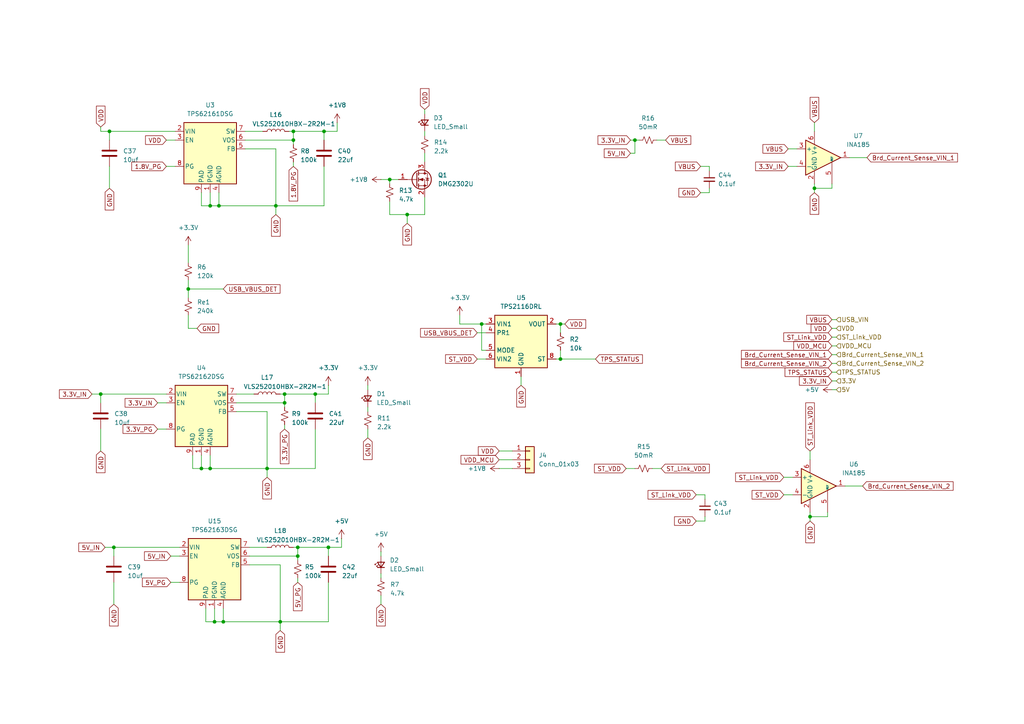
<source format=kicad_sch>
(kicad_sch
	(version 20231120)
	(generator "eeschema")
	(generator_version "8.0")
	(uuid "bdf017d6-72cc-46e4-80da-c7da21120da1")
	(paper "A4")
	(lib_symbols
		(symbol "Amplifier_Current:INA185"
			(pin_names
				(offset 0.127)
			)
			(exclude_from_sim no)
			(in_bom yes)
			(on_board yes)
			(property "Reference" "U"
				(at 3.81 3.81 0)
				(effects
					(font
						(size 1.27 1.27)
					)
					(justify left)
				)
			)
			(property "Value" "INA185"
				(at 3.81 -2.54 0)
				(effects
					(font
						(size 1.27 1.27)
					)
					(justify left)
				)
			)
			(property "Footprint" "Package_TO_SOT_SMD:SOT-563"
				(at 1.27 1.27 0)
				(effects
					(font
						(size 1.27 1.27)
					)
					(hide yes)
				)
			)
			(property "Datasheet" "https://www.ti.com/lit/ds/symlink/ina185.pdf"
				(at 3.81 3.81 0)
				(effects
					(font
						(size 1.27 1.27)
					)
					(hide yes)
				)
			)
			(property "Description" "Ultra-small, bidirectional, precision low-side and high-side, voltage output current-sense amplifier (SOT-563)"
				(at 0 0 0)
				(effects
					(font
						(size 1.27 1.27)
					)
					(hide yes)
				)
			)
			(property "ki_keywords" "current monitor shunt sensor bidirectional"
				(at 0 0 0)
				(effects
					(font
						(size 1.27 1.27)
					)
					(hide yes)
				)
			)
			(property "ki_fp_filters" "SOT*563*"
				(at 0 0 0)
				(effects
					(font
						(size 1.27 1.27)
					)
					(hide yes)
				)
			)
			(symbol "INA185_0_1"
				(polyline
					(pts
						(xy 5.08 0) (xy -5.08 5.08) (xy -5.08 -5.08) (xy 5.08 0)
					)
					(stroke
						(width 0.254)
						(type default)
					)
					(fill
						(type background)
					)
				)
			)
			(symbol "INA185_1_1"
				(pin output line
					(at 7.62 0 180)
					(length 2.54)
					(name "~"
						(effects
							(font
								(size 1.27 1.27)
							)
						)
					)
					(number "1"
						(effects
							(font
								(size 1.27 1.27)
							)
						)
					)
				)
				(pin power_in line
					(at -2.54 -7.62 90)
					(length 3.81)
					(name "GND"
						(effects
							(font
								(size 1.27 1.27)
							)
						)
					)
					(number "2"
						(effects
							(font
								(size 1.27 1.27)
							)
						)
					)
				)
				(pin input line
					(at -7.62 2.54 0)
					(length 2.54)
					(name "+"
						(effects
							(font
								(size 1.27 1.27)
							)
						)
					)
					(number "3"
						(effects
							(font
								(size 1.27 1.27)
							)
						)
					)
				)
				(pin input line
					(at -7.62 -2.54 0)
					(length 2.54)
					(name "-"
						(effects
							(font
								(size 1.27 1.27)
							)
						)
					)
					(number "4"
						(effects
							(font
								(size 1.27 1.27)
							)
						)
					)
				)
				(pin input line
					(at 2.54 -7.62 90)
					(length 6.35)
					(name "REF"
						(effects
							(font
								(size 0.508 0.508)
							)
						)
					)
					(number "5"
						(effects
							(font
								(size 1.27 1.27)
							)
						)
					)
				)
				(pin power_in line
					(at -2.54 7.62 270)
					(length 3.81)
					(name "V+"
						(effects
							(font
								(size 1.27 1.27)
							)
						)
					)
					(number "6"
						(effects
							(font
								(size 1.27 1.27)
							)
						)
					)
				)
			)
		)
		(symbol "Connector_Generic:Conn_01x03"
			(pin_names
				(offset 1.016) hide)
			(exclude_from_sim no)
			(in_bom yes)
			(on_board yes)
			(property "Reference" "J"
				(at 0 5.08 0)
				(effects
					(font
						(size 1.27 1.27)
					)
				)
			)
			(property "Value" "Conn_01x03"
				(at 0 -5.08 0)
				(effects
					(font
						(size 1.27 1.27)
					)
				)
			)
			(property "Footprint" ""
				(at 0 0 0)
				(effects
					(font
						(size 1.27 1.27)
					)
					(hide yes)
				)
			)
			(property "Datasheet" "~"
				(at 0 0 0)
				(effects
					(font
						(size 1.27 1.27)
					)
					(hide yes)
				)
			)
			(property "Description" "Generic connector, single row, 01x03, script generated (kicad-library-utils/schlib/autogen/connector/)"
				(at 0 0 0)
				(effects
					(font
						(size 1.27 1.27)
					)
					(hide yes)
				)
			)
			(property "ki_keywords" "connector"
				(at 0 0 0)
				(effects
					(font
						(size 1.27 1.27)
					)
					(hide yes)
				)
			)
			(property "ki_fp_filters" "Connector*:*_1x??_*"
				(at 0 0 0)
				(effects
					(font
						(size 1.27 1.27)
					)
					(hide yes)
				)
			)
			(symbol "Conn_01x03_1_1"
				(rectangle
					(start -1.27 -2.413)
					(end 0 -2.667)
					(stroke
						(width 0.1524)
						(type default)
					)
					(fill
						(type none)
					)
				)
				(rectangle
					(start -1.27 0.127)
					(end 0 -0.127)
					(stroke
						(width 0.1524)
						(type default)
					)
					(fill
						(type none)
					)
				)
				(rectangle
					(start -1.27 2.667)
					(end 0 2.413)
					(stroke
						(width 0.1524)
						(type default)
					)
					(fill
						(type none)
					)
				)
				(rectangle
					(start -1.27 3.81)
					(end 1.27 -3.81)
					(stroke
						(width 0.254)
						(type default)
					)
					(fill
						(type background)
					)
				)
				(pin passive line
					(at -5.08 2.54 0)
					(length 3.81)
					(name "Pin_1"
						(effects
							(font
								(size 1.27 1.27)
							)
						)
					)
					(number "1"
						(effects
							(font
								(size 1.27 1.27)
							)
						)
					)
				)
				(pin passive line
					(at -5.08 0 0)
					(length 3.81)
					(name "Pin_2"
						(effects
							(font
								(size 1.27 1.27)
							)
						)
					)
					(number "2"
						(effects
							(font
								(size 1.27 1.27)
							)
						)
					)
				)
				(pin passive line
					(at -5.08 -2.54 0)
					(length 3.81)
					(name "Pin_3"
						(effects
							(font
								(size 1.27 1.27)
							)
						)
					)
					(number "3"
						(effects
							(font
								(size 1.27 1.27)
							)
						)
					)
				)
			)
		)
		(symbol "Device:C"
			(pin_numbers hide)
			(pin_names
				(offset 0.254)
			)
			(exclude_from_sim no)
			(in_bom yes)
			(on_board yes)
			(property "Reference" "C"
				(at 0.635 2.54 0)
				(effects
					(font
						(size 1.27 1.27)
					)
					(justify left)
				)
			)
			(property "Value" "C"
				(at 0.635 -2.54 0)
				(effects
					(font
						(size 1.27 1.27)
					)
					(justify left)
				)
			)
			(property "Footprint" ""
				(at 0.9652 -3.81 0)
				(effects
					(font
						(size 1.27 1.27)
					)
					(hide yes)
				)
			)
			(property "Datasheet" "~"
				(at 0 0 0)
				(effects
					(font
						(size 1.27 1.27)
					)
					(hide yes)
				)
			)
			(property "Description" "Unpolarized capacitor"
				(at 0 0 0)
				(effects
					(font
						(size 1.27 1.27)
					)
					(hide yes)
				)
			)
			(property "ki_keywords" "cap capacitor"
				(at 0 0 0)
				(effects
					(font
						(size 1.27 1.27)
					)
					(hide yes)
				)
			)
			(property "ki_fp_filters" "C_*"
				(at 0 0 0)
				(effects
					(font
						(size 1.27 1.27)
					)
					(hide yes)
				)
			)
			(symbol "C_0_1"
				(polyline
					(pts
						(xy -2.032 -0.762) (xy 2.032 -0.762)
					)
					(stroke
						(width 0.508)
						(type default)
					)
					(fill
						(type none)
					)
				)
				(polyline
					(pts
						(xy -2.032 0.762) (xy 2.032 0.762)
					)
					(stroke
						(width 0.508)
						(type default)
					)
					(fill
						(type none)
					)
				)
			)
			(symbol "C_1_1"
				(pin passive line
					(at 0 3.81 270)
					(length 2.794)
					(name "~"
						(effects
							(font
								(size 1.27 1.27)
							)
						)
					)
					(number "1"
						(effects
							(font
								(size 1.27 1.27)
							)
						)
					)
				)
				(pin passive line
					(at 0 -3.81 90)
					(length 2.794)
					(name "~"
						(effects
							(font
								(size 1.27 1.27)
							)
						)
					)
					(number "2"
						(effects
							(font
								(size 1.27 1.27)
							)
						)
					)
				)
			)
		)
		(symbol "Device:C_Small"
			(pin_numbers hide)
			(pin_names
				(offset 0.254) hide)
			(exclude_from_sim no)
			(in_bom yes)
			(on_board yes)
			(property "Reference" "C"
				(at 0.254 1.778 0)
				(effects
					(font
						(size 1.27 1.27)
					)
					(justify left)
				)
			)
			(property "Value" "C_Small"
				(at 0.254 -2.032 0)
				(effects
					(font
						(size 1.27 1.27)
					)
					(justify left)
				)
			)
			(property "Footprint" ""
				(at 0 0 0)
				(effects
					(font
						(size 1.27 1.27)
					)
					(hide yes)
				)
			)
			(property "Datasheet" "~"
				(at 0 0 0)
				(effects
					(font
						(size 1.27 1.27)
					)
					(hide yes)
				)
			)
			(property "Description" "Unpolarized capacitor, small symbol"
				(at 0 0 0)
				(effects
					(font
						(size 1.27 1.27)
					)
					(hide yes)
				)
			)
			(property "ki_keywords" "capacitor cap"
				(at 0 0 0)
				(effects
					(font
						(size 1.27 1.27)
					)
					(hide yes)
				)
			)
			(property "ki_fp_filters" "C_*"
				(at 0 0 0)
				(effects
					(font
						(size 1.27 1.27)
					)
					(hide yes)
				)
			)
			(symbol "C_Small_0_1"
				(polyline
					(pts
						(xy -1.524 -0.508) (xy 1.524 -0.508)
					)
					(stroke
						(width 0.3302)
						(type default)
					)
					(fill
						(type none)
					)
				)
				(polyline
					(pts
						(xy -1.524 0.508) (xy 1.524 0.508)
					)
					(stroke
						(width 0.3048)
						(type default)
					)
					(fill
						(type none)
					)
				)
			)
			(symbol "C_Small_1_1"
				(pin passive line
					(at 0 2.54 270)
					(length 2.032)
					(name "~"
						(effects
							(font
								(size 1.27 1.27)
							)
						)
					)
					(number "1"
						(effects
							(font
								(size 1.27 1.27)
							)
						)
					)
				)
				(pin passive line
					(at 0 -2.54 90)
					(length 2.032)
					(name "~"
						(effects
							(font
								(size 1.27 1.27)
							)
						)
					)
					(number "2"
						(effects
							(font
								(size 1.27 1.27)
							)
						)
					)
				)
			)
		)
		(symbol "Device:L"
			(pin_numbers hide)
			(pin_names
				(offset 1.016) hide)
			(exclude_from_sim no)
			(in_bom yes)
			(on_board yes)
			(property "Reference" "L"
				(at -1.27 0 90)
				(effects
					(font
						(size 1.27 1.27)
					)
				)
			)
			(property "Value" "L"
				(at 1.905 0 90)
				(effects
					(font
						(size 1.27 1.27)
					)
				)
			)
			(property "Footprint" ""
				(at 0 0 0)
				(effects
					(font
						(size 1.27 1.27)
					)
					(hide yes)
				)
			)
			(property "Datasheet" "~"
				(at 0 0 0)
				(effects
					(font
						(size 1.27 1.27)
					)
					(hide yes)
				)
			)
			(property "Description" "Inductor"
				(at 0 0 0)
				(effects
					(font
						(size 1.27 1.27)
					)
					(hide yes)
				)
			)
			(property "ki_keywords" "inductor choke coil reactor magnetic"
				(at 0 0 0)
				(effects
					(font
						(size 1.27 1.27)
					)
					(hide yes)
				)
			)
			(property "ki_fp_filters" "Choke_* *Coil* Inductor_* L_*"
				(at 0 0 0)
				(effects
					(font
						(size 1.27 1.27)
					)
					(hide yes)
				)
			)
			(symbol "L_0_1"
				(arc
					(start 0 -2.54)
					(mid 0.6323 -1.905)
					(end 0 -1.27)
					(stroke
						(width 0)
						(type default)
					)
					(fill
						(type none)
					)
				)
				(arc
					(start 0 -1.27)
					(mid 0.6323 -0.635)
					(end 0 0)
					(stroke
						(width 0)
						(type default)
					)
					(fill
						(type none)
					)
				)
				(arc
					(start 0 0)
					(mid 0.6323 0.635)
					(end 0 1.27)
					(stroke
						(width 0)
						(type default)
					)
					(fill
						(type none)
					)
				)
				(arc
					(start 0 1.27)
					(mid 0.6323 1.905)
					(end 0 2.54)
					(stroke
						(width 0)
						(type default)
					)
					(fill
						(type none)
					)
				)
			)
			(symbol "L_1_1"
				(pin passive line
					(at 0 3.81 270)
					(length 1.27)
					(name "1"
						(effects
							(font
								(size 1.27 1.27)
							)
						)
					)
					(number "1"
						(effects
							(font
								(size 1.27 1.27)
							)
						)
					)
				)
				(pin passive line
					(at 0 -3.81 90)
					(length 1.27)
					(name "2"
						(effects
							(font
								(size 1.27 1.27)
							)
						)
					)
					(number "2"
						(effects
							(font
								(size 1.27 1.27)
							)
						)
					)
				)
			)
		)
		(symbol "Device:LED_Small"
			(pin_numbers hide)
			(pin_names
				(offset 0.254) hide)
			(exclude_from_sim no)
			(in_bom yes)
			(on_board yes)
			(property "Reference" "D"
				(at -1.27 3.175 0)
				(effects
					(font
						(size 1.27 1.27)
					)
					(justify left)
				)
			)
			(property "Value" "LED_Small"
				(at -4.445 -2.54 0)
				(effects
					(font
						(size 1.27 1.27)
					)
					(justify left)
				)
			)
			(property "Footprint" ""
				(at 0 0 90)
				(effects
					(font
						(size 1.27 1.27)
					)
					(hide yes)
				)
			)
			(property "Datasheet" "~"
				(at 0 0 90)
				(effects
					(font
						(size 1.27 1.27)
					)
					(hide yes)
				)
			)
			(property "Description" "Light emitting diode, small symbol"
				(at 0 0 0)
				(effects
					(font
						(size 1.27 1.27)
					)
					(hide yes)
				)
			)
			(property "ki_keywords" "LED diode light-emitting-diode"
				(at 0 0 0)
				(effects
					(font
						(size 1.27 1.27)
					)
					(hide yes)
				)
			)
			(property "ki_fp_filters" "LED* LED_SMD:* LED_THT:*"
				(at 0 0 0)
				(effects
					(font
						(size 1.27 1.27)
					)
					(hide yes)
				)
			)
			(symbol "LED_Small_0_1"
				(polyline
					(pts
						(xy -0.762 -1.016) (xy -0.762 1.016)
					)
					(stroke
						(width 0.254)
						(type default)
					)
					(fill
						(type none)
					)
				)
				(polyline
					(pts
						(xy 1.016 0) (xy -0.762 0)
					)
					(stroke
						(width 0)
						(type default)
					)
					(fill
						(type none)
					)
				)
				(polyline
					(pts
						(xy 0.762 -1.016) (xy -0.762 0) (xy 0.762 1.016) (xy 0.762 -1.016)
					)
					(stroke
						(width 0.254)
						(type default)
					)
					(fill
						(type none)
					)
				)
				(polyline
					(pts
						(xy 0 0.762) (xy -0.508 1.27) (xy -0.254 1.27) (xy -0.508 1.27) (xy -0.508 1.016)
					)
					(stroke
						(width 0)
						(type default)
					)
					(fill
						(type none)
					)
				)
				(polyline
					(pts
						(xy 0.508 1.27) (xy 0 1.778) (xy 0.254 1.778) (xy 0 1.778) (xy 0 1.524)
					)
					(stroke
						(width 0)
						(type default)
					)
					(fill
						(type none)
					)
				)
			)
			(symbol "LED_Small_1_1"
				(pin passive line
					(at -2.54 0 0)
					(length 1.778)
					(name "K"
						(effects
							(font
								(size 1.27 1.27)
							)
						)
					)
					(number "1"
						(effects
							(font
								(size 1.27 1.27)
							)
						)
					)
				)
				(pin passive line
					(at 2.54 0 180)
					(length 1.778)
					(name "A"
						(effects
							(font
								(size 1.27 1.27)
							)
						)
					)
					(number "2"
						(effects
							(font
								(size 1.27 1.27)
							)
						)
					)
				)
			)
		)
		(symbol "Device:R_Small_US"
			(pin_numbers hide)
			(pin_names
				(offset 0.254) hide)
			(exclude_from_sim no)
			(in_bom yes)
			(on_board yes)
			(property "Reference" "R"
				(at 0.762 0.508 0)
				(effects
					(font
						(size 1.27 1.27)
					)
					(justify left)
				)
			)
			(property "Value" "R_Small_US"
				(at 0.762 -1.016 0)
				(effects
					(font
						(size 1.27 1.27)
					)
					(justify left)
				)
			)
			(property "Footprint" ""
				(at 0 0 0)
				(effects
					(font
						(size 1.27 1.27)
					)
					(hide yes)
				)
			)
			(property "Datasheet" "~"
				(at 0 0 0)
				(effects
					(font
						(size 1.27 1.27)
					)
					(hide yes)
				)
			)
			(property "Description" "Resistor, small US symbol"
				(at 0 0 0)
				(effects
					(font
						(size 1.27 1.27)
					)
					(hide yes)
				)
			)
			(property "ki_keywords" "r resistor"
				(at 0 0 0)
				(effects
					(font
						(size 1.27 1.27)
					)
					(hide yes)
				)
			)
			(property "ki_fp_filters" "R_*"
				(at 0 0 0)
				(effects
					(font
						(size 1.27 1.27)
					)
					(hide yes)
				)
			)
			(symbol "R_Small_US_1_1"
				(polyline
					(pts
						(xy 0 0) (xy 1.016 -0.381) (xy 0 -0.762) (xy -1.016 -1.143) (xy 0 -1.524)
					)
					(stroke
						(width 0)
						(type default)
					)
					(fill
						(type none)
					)
				)
				(polyline
					(pts
						(xy 0 1.524) (xy 1.016 1.143) (xy 0 0.762) (xy -1.016 0.381) (xy 0 0)
					)
					(stroke
						(width 0)
						(type default)
					)
					(fill
						(type none)
					)
				)
				(pin passive line
					(at 0 2.54 270)
					(length 1.016)
					(name "~"
						(effects
							(font
								(size 1.27 1.27)
							)
						)
					)
					(number "1"
						(effects
							(font
								(size 1.27 1.27)
							)
						)
					)
				)
				(pin passive line
					(at 0 -2.54 90)
					(length 1.016)
					(name "~"
						(effects
							(font
								(size 1.27 1.27)
							)
						)
					)
					(number "2"
						(effects
							(font
								(size 1.27 1.27)
							)
						)
					)
				)
			)
		)
		(symbol "Power_Management:TPS2116DRL"
			(exclude_from_sim no)
			(in_bom yes)
			(on_board yes)
			(property "Reference" "U"
				(at -7.874 9.144 0)
				(effects
					(font
						(size 1.27 1.27)
					)
					(justify left)
				)
			)
			(property "Value" "TPS2116DRL"
				(at 0.508 -8.89 0)
				(effects
					(font
						(size 1.27 1.27)
					)
					(justify left)
				)
			)
			(property "Footprint" "Package_TO_SOT_SMD:SOT-583-8"
				(at 0 -22.352 0)
				(effects
					(font
						(size 1.27 1.27)
					)
					(hide yes)
				)
			)
			(property "Datasheet" "https://www.ti.com/lit/ds/symlink/tps2116.pdf"
				(at 0 1.27 0)
				(effects
					(font
						(size 1.27 1.27)
					)
					(hide yes)
				)
			)
			(property "Description" "2 Channnels Power Mux with Manual and Priority Switchover, 1.6-5.5V Input Voltage, 2.5A Output Current, Ron 40 mOhm, SOT-583-8"
				(at 0 -1.016 0)
				(effects
					(font
						(size 1.27 1.27)
					)
					(hide yes)
				)
			)
			(property "ki_keywords" "Texas-Instruments power-mux switchover"
				(at 0 0 0)
				(effects
					(font
						(size 1.27 1.27)
					)
					(hide yes)
				)
			)
			(property "ki_fp_filters" "SOT?5?3*"
				(at 0 0 0)
				(effects
					(font
						(size 1.27 1.27)
					)
					(hide yes)
				)
			)
			(symbol "TPS2116DRL_0_1"
				(rectangle
					(start -7.62 7.62)
					(end 7.62 -7.62)
					(stroke
						(width 0.254)
						(type default)
					)
					(fill
						(type background)
					)
				)
			)
			(symbol "TPS2116DRL_1_0"
				(pin power_out line
					(at 10.16 5.08 180)
					(length 2.54) hide
					(name "VOUT"
						(effects
							(font
								(size 1.27 1.27)
							)
						)
					)
					(number "7"
						(effects
							(font
								(size 1.27 1.27)
							)
						)
					)
				)
			)
			(symbol "TPS2116DRL_1_1"
				(pin power_in line
					(at 0 -10.16 90)
					(length 2.54)
					(name "GND"
						(effects
							(font
								(size 1.27 1.27)
							)
						)
					)
					(number "1"
						(effects
							(font
								(size 1.27 1.27)
							)
						)
					)
				)
				(pin power_out line
					(at 10.16 5.08 180)
					(length 2.54)
					(name "VOUT"
						(effects
							(font
								(size 1.27 1.27)
							)
						)
					)
					(number "2"
						(effects
							(font
								(size 1.27 1.27)
							)
						)
					)
				)
				(pin power_in line
					(at -10.16 5.08 0)
					(length 2.54)
					(name "VIN1"
						(effects
							(font
								(size 1.27 1.27)
							)
						)
					)
					(number "3"
						(effects
							(font
								(size 1.27 1.27)
							)
						)
					)
				)
				(pin input line
					(at -10.16 2.54 0)
					(length 2.54)
					(name "PR1"
						(effects
							(font
								(size 1.27 1.27)
							)
						)
					)
					(number "4"
						(effects
							(font
								(size 1.27 1.27)
							)
						)
					)
				)
				(pin input line
					(at -10.16 -2.54 0)
					(length 2.54)
					(name "MODE"
						(effects
							(font
								(size 1.27 1.27)
							)
						)
					)
					(number "5"
						(effects
							(font
								(size 1.27 1.27)
							)
						)
					)
				)
				(pin power_in line
					(at -10.16 -5.08 0)
					(length 2.54)
					(name "VIN2"
						(effects
							(font
								(size 1.27 1.27)
							)
						)
					)
					(number "6"
						(effects
							(font
								(size 1.27 1.27)
							)
						)
					)
				)
				(pin open_collector line
					(at 10.16 -5.08 180)
					(length 2.54)
					(name "ST"
						(effects
							(font
								(size 1.27 1.27)
							)
						)
					)
					(number "8"
						(effects
							(font
								(size 1.27 1.27)
							)
						)
					)
				)
			)
		)
		(symbol "Regulator_Switching:TPS62162DSG"
			(pin_names
				(offset 0.254)
			)
			(exclude_from_sim no)
			(in_bom yes)
			(on_board yes)
			(property "Reference" "U"
				(at -7.62 11.43 0)
				(effects
					(font
						(size 1.27 1.27)
					)
					(justify left)
				)
			)
			(property "Value" "TPS62162DSG"
				(at -1.27 11.43 0)
				(effects
					(font
						(size 1.27 1.27)
					)
					(justify left)
				)
			)
			(property "Footprint" "Package_SON:WSON-8-1EP_2x2mm_P0.5mm_EP0.9x1.6mm_ThermalVias"
				(at 3.81 -8.89 0)
				(effects
					(font
						(size 1.27 1.27)
					)
					(justify left)
					(hide yes)
				)
			)
			(property "Datasheet" "http://www.ti.com/lit/ds/symlink/tps62160.pdf"
				(at 0 13.97 0)
				(effects
					(font
						(size 1.27 1.27)
					)
					(hide yes)
				)
			)
			(property "Description" "1A Step-Down Converter with DCS-Control, fixed 3.3V output, 3-17V input voltage, WSON-8"
				(at 0 0 0)
				(effects
					(font
						(size 1.27 1.27)
					)
					(hide yes)
				)
			)
			(property "ki_keywords" "step-down dc-dc buck regulator"
				(at 0 0 0)
				(effects
					(font
						(size 1.27 1.27)
					)
					(hide yes)
				)
			)
			(property "ki_fp_filters" "WSON*EP*2x2mm*P0.5mm*"
				(at 0 0 0)
				(effects
					(font
						(size 1.27 1.27)
					)
					(hide yes)
				)
			)
			(symbol "TPS62162DSG_0_1"
				(rectangle
					(start -7.62 10.16)
					(end 7.62 -7.62)
					(stroke
						(width 0.254)
						(type default)
					)
					(fill
						(type background)
					)
				)
			)
			(symbol "TPS62162DSG_1_1"
				(pin power_in line
					(at 0 -10.16 90)
					(length 2.54)
					(name "PGND"
						(effects
							(font
								(size 1.27 1.27)
							)
						)
					)
					(number "1"
						(effects
							(font
								(size 1.27 1.27)
							)
						)
					)
				)
				(pin power_in line
					(at -10.16 7.62 0)
					(length 2.54)
					(name "VIN"
						(effects
							(font
								(size 1.27 1.27)
							)
						)
					)
					(number "2"
						(effects
							(font
								(size 1.27 1.27)
							)
						)
					)
				)
				(pin input line
					(at -10.16 5.08 0)
					(length 2.54)
					(name "EN"
						(effects
							(font
								(size 1.27 1.27)
							)
						)
					)
					(number "3"
						(effects
							(font
								(size 1.27 1.27)
							)
						)
					)
				)
				(pin power_in line
					(at 2.54 -10.16 90)
					(length 2.54)
					(name "AGND"
						(effects
							(font
								(size 1.27 1.27)
							)
						)
					)
					(number "4"
						(effects
							(font
								(size 1.27 1.27)
							)
						)
					)
				)
				(pin input line
					(at 10.16 2.54 180)
					(length 2.54)
					(name "FB"
						(effects
							(font
								(size 1.27 1.27)
							)
						)
					)
					(number "5"
						(effects
							(font
								(size 1.27 1.27)
							)
						)
					)
				)
				(pin input line
					(at 10.16 5.08 180)
					(length 2.54)
					(name "VOS"
						(effects
							(font
								(size 1.27 1.27)
							)
						)
					)
					(number "6"
						(effects
							(font
								(size 1.27 1.27)
							)
						)
					)
				)
				(pin output line
					(at 10.16 7.62 180)
					(length 2.54)
					(name "SW"
						(effects
							(font
								(size 1.27 1.27)
							)
						)
					)
					(number "7"
						(effects
							(font
								(size 1.27 1.27)
							)
						)
					)
				)
				(pin open_collector line
					(at -10.16 -2.54 0)
					(length 2.54)
					(name "PG"
						(effects
							(font
								(size 1.27 1.27)
							)
						)
					)
					(number "8"
						(effects
							(font
								(size 1.27 1.27)
							)
						)
					)
				)
				(pin power_in line
					(at -2.54 -10.16 90)
					(length 2.54)
					(name "PAD"
						(effects
							(font
								(size 1.27 1.27)
							)
						)
					)
					(number "9"
						(effects
							(font
								(size 1.27 1.27)
							)
						)
					)
				)
			)
		)
		(symbol "Transistor_FET:DMG2302U"
			(pin_names hide)
			(exclude_from_sim no)
			(in_bom yes)
			(on_board yes)
			(property "Reference" "Q"
				(at 5.08 1.905 0)
				(effects
					(font
						(size 1.27 1.27)
					)
					(justify left)
				)
			)
			(property "Value" "DMG2302U"
				(at 5.08 0 0)
				(effects
					(font
						(size 1.27 1.27)
					)
					(justify left)
				)
			)
			(property "Footprint" "Package_TO_SOT_SMD:SOT-23"
				(at 5.08 -1.905 0)
				(effects
					(font
						(size 1.27 1.27)
						(italic yes)
					)
					(justify left)
					(hide yes)
				)
			)
			(property "Datasheet" "http://www.diodes.com/assets/Datasheets/DMG2302U.pdf"
				(at 5.08 -3.81 0)
				(effects
					(font
						(size 1.27 1.27)
					)
					(justify left)
					(hide yes)
				)
			)
			(property "Description" "4.2A Id, 20V Vds, N-Channel MOSFET, SOT-23"
				(at 0 0 0)
				(effects
					(font
						(size 1.27 1.27)
					)
					(hide yes)
				)
			)
			(property "ki_keywords" "N-Channel MOSFET"
				(at 0 0 0)
				(effects
					(font
						(size 1.27 1.27)
					)
					(hide yes)
				)
			)
			(property "ki_fp_filters" "SOT?23*"
				(at 0 0 0)
				(effects
					(font
						(size 1.27 1.27)
					)
					(hide yes)
				)
			)
			(symbol "DMG2302U_0_1"
				(polyline
					(pts
						(xy 0.254 0) (xy -2.54 0)
					)
					(stroke
						(width 0)
						(type default)
					)
					(fill
						(type none)
					)
				)
				(polyline
					(pts
						(xy 0.254 1.905) (xy 0.254 -1.905)
					)
					(stroke
						(width 0.254)
						(type default)
					)
					(fill
						(type none)
					)
				)
				(polyline
					(pts
						(xy 0.762 -1.27) (xy 0.762 -2.286)
					)
					(stroke
						(width 0.254)
						(type default)
					)
					(fill
						(type none)
					)
				)
				(polyline
					(pts
						(xy 0.762 0.508) (xy 0.762 -0.508)
					)
					(stroke
						(width 0.254)
						(type default)
					)
					(fill
						(type none)
					)
				)
				(polyline
					(pts
						(xy 0.762 2.286) (xy 0.762 1.27)
					)
					(stroke
						(width 0.254)
						(type default)
					)
					(fill
						(type none)
					)
				)
				(polyline
					(pts
						(xy 2.54 2.54) (xy 2.54 1.778)
					)
					(stroke
						(width 0)
						(type default)
					)
					(fill
						(type none)
					)
				)
				(polyline
					(pts
						(xy 2.54 -2.54) (xy 2.54 0) (xy 0.762 0)
					)
					(stroke
						(width 0)
						(type default)
					)
					(fill
						(type none)
					)
				)
				(polyline
					(pts
						(xy 0.762 -1.778) (xy 3.302 -1.778) (xy 3.302 1.778) (xy 0.762 1.778)
					)
					(stroke
						(width 0)
						(type default)
					)
					(fill
						(type none)
					)
				)
				(polyline
					(pts
						(xy 1.016 0) (xy 2.032 0.381) (xy 2.032 -0.381) (xy 1.016 0)
					)
					(stroke
						(width 0)
						(type default)
					)
					(fill
						(type outline)
					)
				)
				(polyline
					(pts
						(xy 2.794 0.508) (xy 2.921 0.381) (xy 3.683 0.381) (xy 3.81 0.254)
					)
					(stroke
						(width 0)
						(type default)
					)
					(fill
						(type none)
					)
				)
				(polyline
					(pts
						(xy 3.302 0.381) (xy 2.921 -0.254) (xy 3.683 -0.254) (xy 3.302 0.381)
					)
					(stroke
						(width 0)
						(type default)
					)
					(fill
						(type none)
					)
				)
				(circle
					(center 1.651 0)
					(radius 2.794)
					(stroke
						(width 0.254)
						(type default)
					)
					(fill
						(type none)
					)
				)
				(circle
					(center 2.54 -1.778)
					(radius 0.254)
					(stroke
						(width 0)
						(type default)
					)
					(fill
						(type outline)
					)
				)
				(circle
					(center 2.54 1.778)
					(radius 0.254)
					(stroke
						(width 0)
						(type default)
					)
					(fill
						(type outline)
					)
				)
			)
			(symbol "DMG2302U_1_1"
				(pin input line
					(at -5.08 0 0)
					(length 2.54)
					(name "G"
						(effects
							(font
								(size 1.27 1.27)
							)
						)
					)
					(number "1"
						(effects
							(font
								(size 1.27 1.27)
							)
						)
					)
				)
				(pin passive line
					(at 2.54 -5.08 90)
					(length 2.54)
					(name "S"
						(effects
							(font
								(size 1.27 1.27)
							)
						)
					)
					(number "2"
						(effects
							(font
								(size 1.27 1.27)
							)
						)
					)
				)
				(pin passive line
					(at 2.54 5.08 270)
					(length 2.54)
					(name "D"
						(effects
							(font
								(size 1.27 1.27)
							)
						)
					)
					(number "3"
						(effects
							(font
								(size 1.27 1.27)
							)
						)
					)
				)
			)
		)
		(symbol "power:+1V8"
			(power)
			(pin_numbers hide)
			(pin_names
				(offset 0) hide)
			(exclude_from_sim no)
			(in_bom yes)
			(on_board yes)
			(property "Reference" "#PWR"
				(at 0 -3.81 0)
				(effects
					(font
						(size 1.27 1.27)
					)
					(hide yes)
				)
			)
			(property "Value" "+1V8"
				(at 0 3.556 0)
				(effects
					(font
						(size 1.27 1.27)
					)
				)
			)
			(property "Footprint" ""
				(at 0 0 0)
				(effects
					(font
						(size 1.27 1.27)
					)
					(hide yes)
				)
			)
			(property "Datasheet" ""
				(at 0 0 0)
				(effects
					(font
						(size 1.27 1.27)
					)
					(hide yes)
				)
			)
			(property "Description" "Power symbol creates a global label with name \"+1V8\""
				(at 0 0 0)
				(effects
					(font
						(size 1.27 1.27)
					)
					(hide yes)
				)
			)
			(property "ki_keywords" "global power"
				(at 0 0 0)
				(effects
					(font
						(size 1.27 1.27)
					)
					(hide yes)
				)
			)
			(symbol "+1V8_0_1"
				(polyline
					(pts
						(xy -0.762 1.27) (xy 0 2.54)
					)
					(stroke
						(width 0)
						(type default)
					)
					(fill
						(type none)
					)
				)
				(polyline
					(pts
						(xy 0 0) (xy 0 2.54)
					)
					(stroke
						(width 0)
						(type default)
					)
					(fill
						(type none)
					)
				)
				(polyline
					(pts
						(xy 0 2.54) (xy 0.762 1.27)
					)
					(stroke
						(width 0)
						(type default)
					)
					(fill
						(type none)
					)
				)
			)
			(symbol "+1V8_1_1"
				(pin power_in line
					(at 0 0 90)
					(length 0)
					(name "~"
						(effects
							(font
								(size 1.27 1.27)
							)
						)
					)
					(number "1"
						(effects
							(font
								(size 1.27 1.27)
							)
						)
					)
				)
			)
		)
		(symbol "power:+3.3V"
			(power)
			(pin_numbers hide)
			(pin_names
				(offset 0) hide)
			(exclude_from_sim no)
			(in_bom yes)
			(on_board yes)
			(property "Reference" "#PWR"
				(at 0 -3.81 0)
				(effects
					(font
						(size 1.27 1.27)
					)
					(hide yes)
				)
			)
			(property "Value" "+3.3V"
				(at 0 3.556 0)
				(effects
					(font
						(size 1.27 1.27)
					)
				)
			)
			(property "Footprint" ""
				(at 0 0 0)
				(effects
					(font
						(size 1.27 1.27)
					)
					(hide yes)
				)
			)
			(property "Datasheet" ""
				(at 0 0 0)
				(effects
					(font
						(size 1.27 1.27)
					)
					(hide yes)
				)
			)
			(property "Description" "Power symbol creates a global label with name \"+3.3V\""
				(at 0 0 0)
				(effects
					(font
						(size 1.27 1.27)
					)
					(hide yes)
				)
			)
			(property "ki_keywords" "global power"
				(at 0 0 0)
				(effects
					(font
						(size 1.27 1.27)
					)
					(hide yes)
				)
			)
			(symbol "+3.3V_0_1"
				(polyline
					(pts
						(xy -0.762 1.27) (xy 0 2.54)
					)
					(stroke
						(width 0)
						(type default)
					)
					(fill
						(type none)
					)
				)
				(polyline
					(pts
						(xy 0 0) (xy 0 2.54)
					)
					(stroke
						(width 0)
						(type default)
					)
					(fill
						(type none)
					)
				)
				(polyline
					(pts
						(xy 0 2.54) (xy 0.762 1.27)
					)
					(stroke
						(width 0)
						(type default)
					)
					(fill
						(type none)
					)
				)
			)
			(symbol "+3.3V_1_1"
				(pin power_in line
					(at 0 0 90)
					(length 0)
					(name "~"
						(effects
							(font
								(size 1.27 1.27)
							)
						)
					)
					(number "1"
						(effects
							(font
								(size 1.27 1.27)
							)
						)
					)
				)
			)
		)
		(symbol "power:+5V"
			(power)
			(pin_numbers hide)
			(pin_names
				(offset 0) hide)
			(exclude_from_sim no)
			(in_bom yes)
			(on_board yes)
			(property "Reference" "#PWR"
				(at 0 -3.81 0)
				(effects
					(font
						(size 1.27 1.27)
					)
					(hide yes)
				)
			)
			(property "Value" "+5V"
				(at 0 3.556 0)
				(effects
					(font
						(size 1.27 1.27)
					)
				)
			)
			(property "Footprint" ""
				(at 0 0 0)
				(effects
					(font
						(size 1.27 1.27)
					)
					(hide yes)
				)
			)
			(property "Datasheet" ""
				(at 0 0 0)
				(effects
					(font
						(size 1.27 1.27)
					)
					(hide yes)
				)
			)
			(property "Description" "Power symbol creates a global label with name \"+5V\""
				(at 0 0 0)
				(effects
					(font
						(size 1.27 1.27)
					)
					(hide yes)
				)
			)
			(property "ki_keywords" "global power"
				(at 0 0 0)
				(effects
					(font
						(size 1.27 1.27)
					)
					(hide yes)
				)
			)
			(symbol "+5V_0_1"
				(polyline
					(pts
						(xy -0.762 1.27) (xy 0 2.54)
					)
					(stroke
						(width 0)
						(type default)
					)
					(fill
						(type none)
					)
				)
				(polyline
					(pts
						(xy 0 0) (xy 0 2.54)
					)
					(stroke
						(width 0)
						(type default)
					)
					(fill
						(type none)
					)
				)
				(polyline
					(pts
						(xy 0 2.54) (xy 0.762 1.27)
					)
					(stroke
						(width 0)
						(type default)
					)
					(fill
						(type none)
					)
				)
			)
			(symbol "+5V_1_1"
				(pin power_in line
					(at 0 0 90)
					(length 0)
					(name "~"
						(effects
							(font
								(size 1.27 1.27)
							)
						)
					)
					(number "1"
						(effects
							(font
								(size 1.27 1.27)
							)
						)
					)
				)
			)
		)
	)
	(junction
		(at 85.09 40.64)
		(diameter 0)
		(color 0 0 0 0)
		(uuid "225bae28-732b-426e-9ffc-d373272a6c5f")
	)
	(junction
		(at 80.01 59.69)
		(diameter 0)
		(color 0 0 0 0)
		(uuid "25b5a47c-19e1-4daa-ad22-3b8afd785218")
	)
	(junction
		(at 93.98 38.1)
		(diameter 0)
		(color 0 0 0 0)
		(uuid "296c5c1a-e8cd-471f-be2e-339ec60bab1b")
	)
	(junction
		(at 82.55 114.3)
		(diameter 0)
		(color 0 0 0 0)
		(uuid "340d3338-8df4-4bd8-8b1d-df50f3e598e9")
	)
	(junction
		(at 60.96 135.89)
		(diameter 0)
		(color 0 0 0 0)
		(uuid "498d8ad3-3936-4ab6-8024-2fb39b02be7a")
	)
	(junction
		(at 82.55 116.84)
		(diameter 0)
		(color 0 0 0 0)
		(uuid "5a109db9-482f-485d-9acf-5e14922d8e97")
	)
	(junction
		(at 81.28 180.34)
		(diameter 0)
		(color 0 0 0 0)
		(uuid "5e95f84a-a46e-4a46-8c55-d5e9fa3972b2")
	)
	(junction
		(at 31.75 38.1)
		(diameter 0)
		(color 0 0 0 0)
		(uuid "5ee941a1-4378-49b8-a3d3-f6dd49e88a58")
	)
	(junction
		(at 85.09 38.1)
		(diameter 0)
		(color 0 0 0 0)
		(uuid "67932384-c936-46d4-a311-b5b44c2804b1")
	)
	(junction
		(at 77.47 135.89)
		(diameter 0)
		(color 0 0 0 0)
		(uuid "6826e9e8-64c4-4148-8b6f-edea19c64c20")
	)
	(junction
		(at 86.36 158.75)
		(diameter 0)
		(color 0 0 0 0)
		(uuid "68ea6cd4-300b-4d1e-a277-ec4bd9f4e1a9")
	)
	(junction
		(at 58.42 135.89)
		(diameter 0)
		(color 0 0 0 0)
		(uuid "694915fb-8f1f-4085-850f-b5c223254521")
	)
	(junction
		(at 29.21 114.3)
		(diameter 0)
		(color 0 0 0 0)
		(uuid "6c530b9f-3de6-48d9-9c26-a5bcc8b447cc")
	)
	(junction
		(at 54.61 83.82)
		(diameter 0)
		(color 0 0 0 0)
		(uuid "740afc0b-5c58-4bae-bc08-4991a389f40e")
	)
	(junction
		(at 60.96 59.69)
		(diameter 0)
		(color 0 0 0 0)
		(uuid "79653793-d6f8-447a-b2cd-f38bb7fad245")
	)
	(junction
		(at 234.95 149.86)
		(diameter 0)
		(color 0 0 0 0)
		(uuid "7af13807-bfa6-452f-97a7-b31b1ec9d38d")
	)
	(junction
		(at 139.7 93.98)
		(diameter 0)
		(color 0 0 0 0)
		(uuid "813bc40c-3d16-4a6f-a88a-b76f633d5068")
	)
	(junction
		(at 86.36 161.29)
		(diameter 0)
		(color 0 0 0 0)
		(uuid "8170711c-6b88-40f0-8c21-7fa9565aac4d")
	)
	(junction
		(at 62.23 180.34)
		(diameter 0)
		(color 0 0 0 0)
		(uuid "a51fe33d-236c-4a38-acaa-e14460944929")
	)
	(junction
		(at 162.56 104.14)
		(diameter 0)
		(color 0 0 0 0)
		(uuid "ade5cc32-a6a8-4ff2-9a46-7436ccf799fc")
	)
	(junction
		(at 64.77 180.34)
		(diameter 0)
		(color 0 0 0 0)
		(uuid "afc0f6cb-8e39-4172-b7f4-9daf3432cd6a")
	)
	(junction
		(at 236.22 54.61)
		(diameter 0)
		(color 0 0 0 0)
		(uuid "b34f7e77-caef-4ec7-bcee-6d9ab80e1246")
	)
	(junction
		(at 184.15 40.64)
		(diameter 0)
		(color 0 0 0 0)
		(uuid "beefec56-a0e5-4c19-82e3-a89d81ae3c97")
	)
	(junction
		(at 95.25 158.75)
		(diameter 0)
		(color 0 0 0 0)
		(uuid "d855db5d-921c-4818-9b75-3639286d5b32")
	)
	(junction
		(at 63.5 59.69)
		(diameter 0)
		(color 0 0 0 0)
		(uuid "e3014fa6-6476-4239-ac96-d56e5ac0d22c")
	)
	(junction
		(at 91.44 114.3)
		(diameter 0)
		(color 0 0 0 0)
		(uuid "e31de99d-0c7d-47ca-937b-45bd389fd47f")
	)
	(junction
		(at 118.11 62.23)
		(diameter 0)
		(color 0 0 0 0)
		(uuid "e4b38f60-06f1-4865-8b56-65423d1993a6")
	)
	(junction
		(at 162.56 93.98)
		(diameter 0)
		(color 0 0 0 0)
		(uuid "e6ac4931-bffc-425f-b33a-56547180beac")
	)
	(junction
		(at 33.02 158.75)
		(diameter 0)
		(color 0 0 0 0)
		(uuid "eaecf955-7b0d-40b4-8e94-ad86db6ceb06")
	)
	(junction
		(at 113.03 52.07)
		(diameter 0)
		(color 0 0 0 0)
		(uuid "f4dc2be1-3094-43dd-88c7-03ff8077f4e7")
	)
	(wire
		(pts
			(xy 110.49 175.26) (xy 110.49 172.72)
		)
		(stroke
			(width 0)
			(type default)
		)
		(uuid "0205bf51-91af-4e5f-ab08-be3f869bb0a2")
	)
	(wire
		(pts
			(xy 33.02 158.75) (xy 52.07 158.75)
		)
		(stroke
			(width 0)
			(type default)
		)
		(uuid "046c7275-afa0-49d7-9c3f-941985a1b6a4")
	)
	(wire
		(pts
			(xy 241.3 95.25) (xy 242.57 95.25)
		)
		(stroke
			(width 0)
			(type default)
		)
		(uuid "049d621b-999e-4e53-b988-cc529e87a130")
	)
	(wire
		(pts
			(xy 113.03 52.07) (xy 113.03 53.34)
		)
		(stroke
			(width 0)
			(type default)
		)
		(uuid "05afd63d-9aa3-42de-b75d-b3f90ee7692b")
	)
	(wire
		(pts
			(xy 62.23 180.34) (xy 64.77 180.34)
		)
		(stroke
			(width 0)
			(type default)
		)
		(uuid "0678aada-04b4-48f0-a25c-9c8fcd3813e1")
	)
	(wire
		(pts
			(xy 31.75 48.26) (xy 31.75 54.61)
		)
		(stroke
			(width 0)
			(type default)
		)
		(uuid "06fbd093-8cdb-427b-abe2-2982615fccbb")
	)
	(wire
		(pts
			(xy 184.15 40.64) (xy 185.42 40.64)
		)
		(stroke
			(width 0)
			(type default)
		)
		(uuid "0a5521af-8998-4830-88dc-f7dc552f3bb8")
	)
	(wire
		(pts
			(xy 54.61 83.82) (xy 64.77 83.82)
		)
		(stroke
			(width 0)
			(type default)
		)
		(uuid "0a5a9a2d-c29a-4de5-8e43-1980e30c810b")
	)
	(wire
		(pts
			(xy 205.74 55.88) (xy 205.74 54.61)
		)
		(stroke
			(width 0)
			(type default)
		)
		(uuid "0e00d741-87cc-472d-8c36-aae81fb7562d")
	)
	(wire
		(pts
			(xy 80.01 59.69) (xy 93.98 59.69)
		)
		(stroke
			(width 0)
			(type default)
		)
		(uuid "0fcc8125-265c-4fe0-9b76-8efc17dd83e9")
	)
	(wire
		(pts
			(xy 45.72 124.46) (xy 48.26 124.46)
		)
		(stroke
			(width 0)
			(type default)
		)
		(uuid "11b4dc04-3327-4034-8a5f-68022808771c")
	)
	(wire
		(pts
			(xy 68.58 116.84) (xy 82.55 116.84)
		)
		(stroke
			(width 0)
			(type default)
		)
		(uuid "136476e3-edbb-4ca7-a90c-f8abb329b4f3")
	)
	(wire
		(pts
			(xy 234.95 130.81) (xy 234.95 133.35)
		)
		(stroke
			(width 0)
			(type default)
		)
		(uuid "138cb73f-f2bb-4384-961f-67852bb5d90f")
	)
	(wire
		(pts
			(xy 82.55 116.84) (xy 82.55 118.11)
		)
		(stroke
			(width 0)
			(type default)
		)
		(uuid "14b5b70b-93f7-489e-821c-5647c7ce81e3")
	)
	(wire
		(pts
			(xy 82.55 116.84) (xy 82.55 114.3)
		)
		(stroke
			(width 0)
			(type default)
		)
		(uuid "15a7e918-0234-4a1a-bcd6-418f27b4595a")
	)
	(wire
		(pts
			(xy 144.78 130.81) (xy 148.59 130.81)
		)
		(stroke
			(width 0)
			(type default)
		)
		(uuid "18603b32-7626-455c-b271-e5663c24304f")
	)
	(wire
		(pts
			(xy 64.77 180.34) (xy 64.77 176.53)
		)
		(stroke
			(width 0)
			(type default)
		)
		(uuid "1a4c5f5d-e934-4e40-bb93-29f6f5d06ae0")
	)
	(wire
		(pts
			(xy 182.88 44.45) (xy 184.15 44.45)
		)
		(stroke
			(width 0)
			(type default)
		)
		(uuid "1b3f94f2-b3b0-446e-8014-eb72d129ac5e")
	)
	(wire
		(pts
			(xy 29.21 38.1) (xy 31.75 38.1)
		)
		(stroke
			(width 0)
			(type default)
		)
		(uuid "1e0bc36d-8dbd-4bd7-8f55-54174e98403f")
	)
	(wire
		(pts
			(xy 82.55 114.3) (xy 91.44 114.3)
		)
		(stroke
			(width 0)
			(type default)
		)
		(uuid "1ea50753-e498-44d9-a35d-963c2b3aaed8")
	)
	(wire
		(pts
			(xy 204.47 151.13) (xy 204.47 149.86)
		)
		(stroke
			(width 0)
			(type default)
		)
		(uuid "205a1964-a332-4c98-b3da-9b9a023274fc")
	)
	(wire
		(pts
			(xy 33.02 158.75) (xy 33.02 161.29)
		)
		(stroke
			(width 0)
			(type default)
		)
		(uuid "2159547b-8c8b-43b5-9d3b-4cbb0337e402")
	)
	(wire
		(pts
			(xy 59.69 180.34) (xy 62.23 180.34)
		)
		(stroke
			(width 0)
			(type default)
		)
		(uuid "223c4fa1-a38e-4520-a41b-5e429371ae51")
	)
	(wire
		(pts
			(xy 77.47 135.89) (xy 91.44 135.89)
		)
		(stroke
			(width 0)
			(type default)
		)
		(uuid "223cbcc5-7de3-49e1-8f02-ea5337fdedd8")
	)
	(wire
		(pts
			(xy 184.15 44.45) (xy 184.15 40.64)
		)
		(stroke
			(width 0)
			(type default)
		)
		(uuid "22cacd22-7d79-41f9-bad9-9e58f7921c9e")
	)
	(wire
		(pts
			(xy 118.11 64.77) (xy 118.11 62.23)
		)
		(stroke
			(width 0)
			(type default)
		)
		(uuid "266293c7-0db8-43c7-9822-75b74a753756")
	)
	(wire
		(pts
			(xy 106.68 111.76) (xy 106.68 113.03)
		)
		(stroke
			(width 0)
			(type default)
		)
		(uuid "293bb4e3-8cf3-4e3b-8dd5-13937cee7d8d")
	)
	(wire
		(pts
			(xy 95.25 180.34) (xy 95.25 168.91)
		)
		(stroke
			(width 0)
			(type default)
		)
		(uuid "2afdef17-cf1d-4cbf-8437-bd0fe1d5f125")
	)
	(wire
		(pts
			(xy 123.19 46.99) (xy 123.19 44.45)
		)
		(stroke
			(width 0)
			(type default)
		)
		(uuid "2b359bd6-5c4e-451e-ae87-031efee84cf2")
	)
	(wire
		(pts
			(xy 80.01 43.18) (xy 80.01 59.69)
		)
		(stroke
			(width 0)
			(type default)
		)
		(uuid "2b8fd256-50e4-48a7-8770-1e25ff6c46e7")
	)
	(wire
		(pts
			(xy 72.39 163.83) (xy 81.28 163.83)
		)
		(stroke
			(width 0)
			(type default)
		)
		(uuid "2beb60d4-5cb0-48b6-9f50-f7f88298766f")
	)
	(wire
		(pts
			(xy 91.44 114.3) (xy 91.44 116.84)
		)
		(stroke
			(width 0)
			(type default)
		)
		(uuid "2c90a75f-3444-4700-81ce-0b13c9f582f3")
	)
	(wire
		(pts
			(xy 234.95 148.59) (xy 234.95 149.86)
		)
		(stroke
			(width 0)
			(type default)
		)
		(uuid "2cbc5223-1a34-4c17-be0d-925652dcf43d")
	)
	(wire
		(pts
			(xy 77.47 119.38) (xy 77.47 135.89)
		)
		(stroke
			(width 0)
			(type default)
		)
		(uuid "2ce1dd0c-bb7a-4bfe-824b-8c77bd71c5e3")
	)
	(wire
		(pts
			(xy 113.03 52.07) (xy 115.57 52.07)
		)
		(stroke
			(width 0)
			(type default)
		)
		(uuid "2d1c263c-7dc5-4a24-9c73-ddf3a5725caf")
	)
	(wire
		(pts
			(xy 113.03 62.23) (xy 118.11 62.23)
		)
		(stroke
			(width 0)
			(type default)
		)
		(uuid "2fb43d00-3d6c-429a-8a1d-ffbdf4d6cc39")
	)
	(wire
		(pts
			(xy 86.36 158.75) (xy 95.25 158.75)
		)
		(stroke
			(width 0)
			(type default)
		)
		(uuid "3160c971-bb6e-46a8-a6b3-c65111453854")
	)
	(wire
		(pts
			(xy 85.09 38.1) (xy 93.98 38.1)
		)
		(stroke
			(width 0)
			(type default)
		)
		(uuid "334fe6e1-630b-4708-b765-4ede09cc14dd")
	)
	(wire
		(pts
			(xy 29.21 124.46) (xy 29.21 130.81)
		)
		(stroke
			(width 0)
			(type default)
		)
		(uuid "347570c3-90cd-402a-8a6a-32fa1eeef2de")
	)
	(wire
		(pts
			(xy 58.42 55.88) (xy 58.42 59.69)
		)
		(stroke
			(width 0)
			(type default)
		)
		(uuid "369cf889-7753-4f71-813c-2dedbd5d2295")
	)
	(wire
		(pts
			(xy 201.93 143.51) (xy 204.47 143.51)
		)
		(stroke
			(width 0)
			(type default)
		)
		(uuid "394e3c2d-32a9-4d47-a80d-7d2a21851688")
	)
	(wire
		(pts
			(xy 30.48 158.75) (xy 33.02 158.75)
		)
		(stroke
			(width 0)
			(type default)
		)
		(uuid "3bf78787-4d31-4665-bc62-a6346c928821")
	)
	(wire
		(pts
			(xy 106.68 127) (xy 106.68 124.46)
		)
		(stroke
			(width 0)
			(type default)
		)
		(uuid "3d6b8114-1afa-48ff-aa37-fa2afd5d8680")
	)
	(wire
		(pts
			(xy 203.2 55.88) (xy 205.74 55.88)
		)
		(stroke
			(width 0)
			(type default)
		)
		(uuid "415cccdd-54a0-45ed-a6f7-3506c999cd3a")
	)
	(wire
		(pts
			(xy 95.25 158.75) (xy 95.25 161.29)
		)
		(stroke
			(width 0)
			(type default)
		)
		(uuid "43668983-2221-4a66-941b-6fc6bad8c29d")
	)
	(wire
		(pts
			(xy 110.49 160.02) (xy 110.49 161.29)
		)
		(stroke
			(width 0)
			(type default)
		)
		(uuid "438228ee-ef67-4fd1-814a-15abdb7c14c7")
	)
	(wire
		(pts
			(xy 58.42 135.89) (xy 60.96 135.89)
		)
		(stroke
			(width 0)
			(type default)
		)
		(uuid "4788ce6a-4166-4548-a885-0001cdbfdbf6")
	)
	(wire
		(pts
			(xy 227.33 143.51) (xy 229.87 143.51)
		)
		(stroke
			(width 0)
			(type default)
		)
		(uuid "4866e759-3688-446e-aada-d0846e76f010")
	)
	(wire
		(pts
			(xy 54.61 81.28) (xy 54.61 83.82)
		)
		(stroke
			(width 0)
			(type default)
		)
		(uuid "49576390-090b-4844-b812-15972d5cb86b")
	)
	(wire
		(pts
			(xy 93.98 38.1) (xy 93.98 40.64)
		)
		(stroke
			(width 0)
			(type default)
		)
		(uuid "4a65b5b5-79f6-42ec-879c-38e9f1e43218")
	)
	(wire
		(pts
			(xy 190.5 40.64) (xy 193.04 40.64)
		)
		(stroke
			(width 0)
			(type default)
		)
		(uuid "4b2c9719-3274-4927-adce-531330416cd8")
	)
	(wire
		(pts
			(xy 139.7 93.98) (xy 139.7 101.6)
		)
		(stroke
			(width 0)
			(type default)
		)
		(uuid "4fe06cde-2b03-4df5-8f73-9b7686644bab")
	)
	(wire
		(pts
			(xy 110.49 166.37) (xy 110.49 167.64)
		)
		(stroke
			(width 0)
			(type default)
		)
		(uuid "509031c1-4513-4f56-b709-0a6e479d50c9")
	)
	(wire
		(pts
			(xy 95.25 114.3) (xy 91.44 114.3)
		)
		(stroke
			(width 0)
			(type default)
		)
		(uuid "51e35082-3cb1-42e7-9a34-f8093f5318ea")
	)
	(wire
		(pts
			(xy 161.29 104.14) (xy 162.56 104.14)
		)
		(stroke
			(width 0)
			(type default)
		)
		(uuid "587d4567-b66b-452c-b805-c85084c42b61")
	)
	(wire
		(pts
			(xy 29.21 114.3) (xy 48.26 114.3)
		)
		(stroke
			(width 0)
			(type default)
		)
		(uuid "58c4baef-a9d1-4a9f-bdb0-83b95f0e84b5")
	)
	(wire
		(pts
			(xy 85.09 46.99) (xy 85.09 48.26)
		)
		(stroke
			(width 0)
			(type default)
		)
		(uuid "5932f060-d7a7-4820-8603-d1cd84d4a01c")
	)
	(wire
		(pts
			(xy 123.19 31.75) (xy 123.19 33.02)
		)
		(stroke
			(width 0)
			(type default)
		)
		(uuid "5b63e002-4943-48eb-95d2-2e2164832b99")
	)
	(wire
		(pts
			(xy 29.21 36.83) (xy 29.21 38.1)
		)
		(stroke
			(width 0)
			(type default)
		)
		(uuid "5d85df2e-f240-4ca9-ba5b-c15da2849248")
	)
	(wire
		(pts
			(xy 54.61 95.25) (xy 57.15 95.25)
		)
		(stroke
			(width 0)
			(type default)
		)
		(uuid "5f2c88fc-9ca7-46fb-b79c-7fd1b0c3e45d")
	)
	(wire
		(pts
			(xy 71.12 40.64) (xy 85.09 40.64)
		)
		(stroke
			(width 0)
			(type default)
		)
		(uuid "5f4349df-8b47-4b3a-84c2-ccd2b8dd0eae")
	)
	(wire
		(pts
			(xy 83.82 38.1) (xy 85.09 38.1)
		)
		(stroke
			(width 0)
			(type default)
		)
		(uuid "5f4971a3-f2ea-4344-ba5f-db926235b392")
	)
	(wire
		(pts
			(xy 205.74 48.26) (xy 205.74 49.53)
		)
		(stroke
			(width 0)
			(type default)
		)
		(uuid "6043058a-0b7e-4a41-812e-3ce2f4233540")
	)
	(wire
		(pts
			(xy 60.96 59.69) (xy 63.5 59.69)
		)
		(stroke
			(width 0)
			(type default)
		)
		(uuid "621b8eb0-de41-4eb8-8928-846112a8f5c1")
	)
	(wire
		(pts
			(xy 55.88 132.08) (xy 55.88 135.89)
		)
		(stroke
			(width 0)
			(type default)
		)
		(uuid "62d7ff91-0665-4b21-8e4e-6b212e562804")
	)
	(wire
		(pts
			(xy 162.56 104.14) (xy 162.56 101.6)
		)
		(stroke
			(width 0)
			(type default)
		)
		(uuid "62d93bbf-0739-4198-b95c-c4938ab5a650")
	)
	(wire
		(pts
			(xy 133.35 93.98) (xy 139.7 93.98)
		)
		(stroke
			(width 0)
			(type default)
		)
		(uuid "63dd6b35-24e2-4a28-9260-3cd918014648")
	)
	(wire
		(pts
			(xy 86.36 167.64) (xy 86.36 168.91)
		)
		(stroke
			(width 0)
			(type default)
		)
		(uuid "64f00af5-bcfe-4af8-b660-cafaee54cae4")
	)
	(wire
		(pts
			(xy 241.3 105.41) (xy 242.57 105.41)
		)
		(stroke
			(width 0)
			(type default)
		)
		(uuid "673a8d92-3c2a-4c89-952a-078f52c459a4")
	)
	(wire
		(pts
			(xy 68.58 114.3) (xy 73.66 114.3)
		)
		(stroke
			(width 0)
			(type default)
		)
		(uuid "68106c05-7395-4eb1-a705-5b4cf71af118")
	)
	(wire
		(pts
			(xy 81.28 180.34) (xy 64.77 180.34)
		)
		(stroke
			(width 0)
			(type default)
		)
		(uuid "6946ea73-21ee-4c22-93ce-b8953daa2823")
	)
	(wire
		(pts
			(xy 63.5 59.69) (xy 63.5 55.88)
		)
		(stroke
			(width 0)
			(type default)
		)
		(uuid "6de8a03d-ecd2-44f9-9ecd-f63348a27a04")
	)
	(wire
		(pts
			(xy 113.03 58.42) (xy 113.03 62.23)
		)
		(stroke
			(width 0)
			(type default)
		)
		(uuid "6e7e0433-2990-455f-8d80-16f45c252812")
	)
	(wire
		(pts
			(xy 55.88 135.89) (xy 58.42 135.89)
		)
		(stroke
			(width 0)
			(type default)
		)
		(uuid "6f64536d-c7ec-48ab-b72a-03805b33033c")
	)
	(wire
		(pts
			(xy 236.22 54.61) (xy 241.3 54.61)
		)
		(stroke
			(width 0)
			(type default)
		)
		(uuid "76fe2ee7-0629-40bb-bc19-ba7efd1fb3a6")
	)
	(wire
		(pts
			(xy 162.56 93.98) (xy 163.83 93.98)
		)
		(stroke
			(width 0)
			(type default)
		)
		(uuid "79fcd722-b926-400b-8d0e-0861c21afc30")
	)
	(wire
		(pts
			(xy 85.09 40.64) (xy 85.09 41.91)
		)
		(stroke
			(width 0)
			(type default)
		)
		(uuid "7a6ec3d9-57ed-4f53-8eb0-10bdd3a9a659")
	)
	(wire
		(pts
			(xy 204.47 143.51) (xy 204.47 144.78)
		)
		(stroke
			(width 0)
			(type default)
		)
		(uuid "7adf6f5a-1b70-494a-a72c-6aeeac0a2cea")
	)
	(wire
		(pts
			(xy 62.23 176.53) (xy 62.23 180.34)
		)
		(stroke
			(width 0)
			(type default)
		)
		(uuid "7c25ab5c-6932-4fe4-8030-18e768018b6f")
	)
	(wire
		(pts
			(xy 236.22 53.34) (xy 236.22 54.61)
		)
		(stroke
			(width 0)
			(type default)
		)
		(uuid "7e9fd9d4-d1b9-4063-ae34-ddec99871764")
	)
	(wire
		(pts
			(xy 60.96 55.88) (xy 60.96 59.69)
		)
		(stroke
			(width 0)
			(type default)
		)
		(uuid "7fd1f452-d20c-427e-9f18-20b840cea386")
	)
	(wire
		(pts
			(xy 99.06 156.21) (xy 99.06 158.75)
		)
		(stroke
			(width 0)
			(type default)
		)
		(uuid "811ed51c-6834-4699-b3bb-a6f06772c6e3")
	)
	(wire
		(pts
			(xy 48.26 40.64) (xy 50.8 40.64)
		)
		(stroke
			(width 0)
			(type default)
		)
		(uuid "8319882a-5271-47a0-b44d-f9678469e8ba")
	)
	(wire
		(pts
			(xy 241.3 97.79) (xy 242.57 97.79)
		)
		(stroke
			(width 0)
			(type default)
		)
		(uuid "8653848a-cfed-4740-a09f-3c2b26275683")
	)
	(wire
		(pts
			(xy 110.49 52.07) (xy 113.03 52.07)
		)
		(stroke
			(width 0)
			(type default)
		)
		(uuid "86d27c38-1d4b-4225-b84b-76e26a6fa104")
	)
	(wire
		(pts
			(xy 241.3 113.03) (xy 242.57 113.03)
		)
		(stroke
			(width 0)
			(type default)
		)
		(uuid "870107f4-3521-4ffd-aeb1-4dd5b27e801d")
	)
	(wire
		(pts
			(xy 85.09 158.75) (xy 86.36 158.75)
		)
		(stroke
			(width 0)
			(type default)
		)
		(uuid "89a3ae95-6d00-4715-a626-3f4f787903e4")
	)
	(wire
		(pts
			(xy 246.38 45.72) (xy 251.46 45.72)
		)
		(stroke
			(width 0)
			(type default)
		)
		(uuid "8b7b121e-c3d5-439e-b0a3-5b852ed71508")
	)
	(wire
		(pts
			(xy 162.56 104.14) (xy 172.72 104.14)
		)
		(stroke
			(width 0)
			(type default)
		)
		(uuid "8bace4ca-2532-4a48-95b4-687d20e46329")
	)
	(wire
		(pts
			(xy 29.21 114.3) (xy 29.21 116.84)
		)
		(stroke
			(width 0)
			(type default)
		)
		(uuid "8c642136-bbec-42a6-bd79-5644ea0340bb")
	)
	(wire
		(pts
			(xy 95.25 111.76) (xy 95.25 114.3)
		)
		(stroke
			(width 0)
			(type default)
		)
		(uuid "8d858e56-c691-4ea9-94f7-8219ef23da6f")
	)
	(wire
		(pts
			(xy 81.28 180.34) (xy 95.25 180.34)
		)
		(stroke
			(width 0)
			(type default)
		)
		(uuid "8f257d21-de57-4f30-84b0-b41451b03331")
	)
	(wire
		(pts
			(xy 245.11 140.97) (xy 250.19 140.97)
		)
		(stroke
			(width 0)
			(type default)
		)
		(uuid "90b9ba66-d282-4822-afad-794168807774")
	)
	(wire
		(pts
			(xy 59.69 176.53) (xy 59.69 180.34)
		)
		(stroke
			(width 0)
			(type default)
		)
		(uuid "919d571a-eb72-4056-91e6-24959e541309")
	)
	(wire
		(pts
			(xy 97.79 35.56) (xy 97.79 38.1)
		)
		(stroke
			(width 0)
			(type default)
		)
		(uuid "91ff6b95-c22f-499e-9d9a-473e9d5783be")
	)
	(wire
		(pts
			(xy 26.67 114.3) (xy 29.21 114.3)
		)
		(stroke
			(width 0)
			(type default)
		)
		(uuid "93245106-4cf0-4879-a595-d5dfa8b47452")
	)
	(wire
		(pts
			(xy 241.3 107.95) (xy 242.57 107.95)
		)
		(stroke
			(width 0)
			(type default)
		)
		(uuid "93d99583-c869-483e-8119-1718456e4958")
	)
	(wire
		(pts
			(xy 77.47 138.43) (xy 77.47 135.89)
		)
		(stroke
			(width 0)
			(type default)
		)
		(uuid "953fa9c7-c58d-4597-88e6-eb99c538554f")
	)
	(wire
		(pts
			(xy 54.61 83.82) (xy 54.61 86.36)
		)
		(stroke
			(width 0)
			(type default)
		)
		(uuid "9644283c-e64c-40ad-8746-a0a975385614")
	)
	(wire
		(pts
			(xy 68.58 119.38) (xy 77.47 119.38)
		)
		(stroke
			(width 0)
			(type default)
		)
		(uuid "96507898-0ba1-44f4-994d-6d44ff8f9ba1")
	)
	(wire
		(pts
			(xy 144.78 133.35) (xy 148.59 133.35)
		)
		(stroke
			(width 0)
			(type default)
		)
		(uuid "97d4ca1b-8a75-4445-ae9f-9947816fd8f5")
	)
	(wire
		(pts
			(xy 234.95 149.86) (xy 240.03 149.86)
		)
		(stroke
			(width 0)
			(type default)
		)
		(uuid "9855eb95-2ac2-4da2-abc8-acd54cdcdd98")
	)
	(wire
		(pts
			(xy 71.12 43.18) (xy 80.01 43.18)
		)
		(stroke
			(width 0)
			(type default)
		)
		(uuid "9a5fd29b-5211-4c3c-bc27-3fbbe3b975d0")
	)
	(wire
		(pts
			(xy 138.43 104.14) (xy 140.97 104.14)
		)
		(stroke
			(width 0)
			(type default)
		)
		(uuid "9b05e1a5-d179-4ff4-86df-3f8d82385261")
	)
	(wire
		(pts
			(xy 240.03 149.86) (xy 240.03 148.59)
		)
		(stroke
			(width 0)
			(type default)
		)
		(uuid "a1af2d25-636f-4ea0-adbb-94e816e9b5be")
	)
	(wire
		(pts
			(xy 33.02 168.91) (xy 33.02 175.26)
		)
		(stroke
			(width 0)
			(type default)
		)
		(uuid "a238609a-0f46-40f1-b58e-900761257c56")
	)
	(wire
		(pts
			(xy 86.36 161.29) (xy 86.36 158.75)
		)
		(stroke
			(width 0)
			(type default)
		)
		(uuid "a4c6ff0c-907e-46c4-9355-4d45a7df8ba4")
	)
	(wire
		(pts
			(xy 241.3 110.49) (xy 242.57 110.49)
		)
		(stroke
			(width 0)
			(type default)
		)
		(uuid "a5b8b086-ff32-4445-8e45-d7d16cd775f6")
	)
	(wire
		(pts
			(xy 99.06 158.75) (xy 95.25 158.75)
		)
		(stroke
			(width 0)
			(type default)
		)
		(uuid "a60290f5-abd3-4f88-8cec-df0c418284fb")
	)
	(wire
		(pts
			(xy 236.22 35.56) (xy 236.22 38.1)
		)
		(stroke
			(width 0)
			(type default)
		)
		(uuid "a67f10c6-5e6c-4906-909a-f96e24829a5c")
	)
	(wire
		(pts
			(xy 227.33 138.43) (xy 229.87 138.43)
		)
		(stroke
			(width 0)
			(type default)
		)
		(uuid "a692b71d-787d-4243-ae9e-d231b167e2fb")
	)
	(wire
		(pts
			(xy 236.22 54.61) (xy 236.22 55.88)
		)
		(stroke
			(width 0)
			(type default)
		)
		(uuid "a7a0fd39-e191-4517-bf7a-cb753f818ae5")
	)
	(wire
		(pts
			(xy 189.23 135.89) (xy 191.77 135.89)
		)
		(stroke
			(width 0)
			(type default)
		)
		(uuid "a8355201-64d1-4bcb-9a16-2942904ac959")
	)
	(wire
		(pts
			(xy 49.53 168.91) (xy 52.07 168.91)
		)
		(stroke
			(width 0)
			(type default)
		)
		(uuid "a9088da3-b059-42d7-89e2-507824f3adb5")
	)
	(wire
		(pts
			(xy 91.44 135.89) (xy 91.44 124.46)
		)
		(stroke
			(width 0)
			(type default)
		)
		(uuid "ac368ece-6c3a-4f26-92b6-a38068520205")
	)
	(wire
		(pts
			(xy 139.7 101.6) (xy 140.97 101.6)
		)
		(stroke
			(width 0)
			(type default)
		)
		(uuid "af80b6aa-1be1-4d2e-931d-5ba71ff6422b")
	)
	(wire
		(pts
			(xy 133.35 91.44) (xy 133.35 93.98)
		)
		(stroke
			(width 0)
			(type default)
		)
		(uuid "b107f1d8-d6c7-4443-b588-cd27bd825da4")
	)
	(wire
		(pts
			(xy 138.43 96.52) (xy 140.97 96.52)
		)
		(stroke
			(width 0)
			(type default)
		)
		(uuid "b2d551d9-5364-4bbe-88cb-853c1818def0")
	)
	(wire
		(pts
			(xy 58.42 59.69) (xy 60.96 59.69)
		)
		(stroke
			(width 0)
			(type default)
		)
		(uuid "b3b2cbd5-b5e2-4e4b-9d94-c5c842b2c02d")
	)
	(wire
		(pts
			(xy 82.55 123.19) (xy 82.55 124.46)
		)
		(stroke
			(width 0)
			(type default)
		)
		(uuid "b4c72de9-149a-4650-8608-48e86bf4849f")
	)
	(wire
		(pts
			(xy 151.13 111.76) (xy 151.13 109.22)
		)
		(stroke
			(width 0)
			(type default)
		)
		(uuid "b7a98564-70da-4655-b973-2d09ec1790fa")
	)
	(wire
		(pts
			(xy 241.3 102.87) (xy 242.57 102.87)
		)
		(stroke
			(width 0)
			(type default)
		)
		(uuid "b8a29a2f-c464-4bfe-bbb2-fee5a6f23b44")
	)
	(wire
		(pts
			(xy 241.3 54.61) (xy 241.3 53.34)
		)
		(stroke
			(width 0)
			(type default)
		)
		(uuid "bd8d8893-8ab3-4616-8a05-9a1a9a9aaf60")
	)
	(wire
		(pts
			(xy 228.6 43.18) (xy 231.14 43.18)
		)
		(stroke
			(width 0)
			(type default)
		)
		(uuid "bdca5f7c-5e10-4a53-ac0d-e8dadfb65004")
	)
	(wire
		(pts
			(xy 72.39 158.75) (xy 77.47 158.75)
		)
		(stroke
			(width 0)
			(type default)
		)
		(uuid "be44bd17-91ef-415d-8368-60b7d217d048")
	)
	(wire
		(pts
			(xy 123.19 62.23) (xy 123.19 57.15)
		)
		(stroke
			(width 0)
			(type default)
		)
		(uuid "c1c9f4a0-eba9-4047-b390-a9b35b986bf0")
	)
	(wire
		(pts
			(xy 81.28 114.3) (xy 82.55 114.3)
		)
		(stroke
			(width 0)
			(type default)
		)
		(uuid "c426e1b7-549b-48bf-a65a-4f4cfc458b1b")
	)
	(wire
		(pts
			(xy 162.56 93.98) (xy 162.56 96.52)
		)
		(stroke
			(width 0)
			(type default)
		)
		(uuid "c6dae535-6f36-458b-bdae-9b69e45df530")
	)
	(wire
		(pts
			(xy 60.96 135.89) (xy 60.96 132.08)
		)
		(stroke
			(width 0)
			(type default)
		)
		(uuid "c7765739-e9c6-4adf-a09b-7553040bbb58")
	)
	(wire
		(pts
			(xy 139.7 93.98) (xy 140.97 93.98)
		)
		(stroke
			(width 0)
			(type default)
		)
		(uuid "c7e0b683-56ea-4601-9aa8-7b8843d0594f")
	)
	(wire
		(pts
			(xy 234.95 149.86) (xy 234.95 151.13)
		)
		(stroke
			(width 0)
			(type default)
		)
		(uuid "c976d82e-8f04-4cbd-9c4a-5cf93f7aa88c")
	)
	(wire
		(pts
			(xy 81.28 182.88) (xy 81.28 180.34)
		)
		(stroke
			(width 0)
			(type default)
		)
		(uuid "ca7e6d4e-d92d-4d81-aa12-4f4a8e12d3e2")
	)
	(wire
		(pts
			(xy 241.3 92.71) (xy 242.57 92.71)
		)
		(stroke
			(width 0)
			(type default)
		)
		(uuid "cb85fc86-2756-447a-82b6-0ed4a0bf6a28")
	)
	(wire
		(pts
			(xy 106.68 118.11) (xy 106.68 119.38)
		)
		(stroke
			(width 0)
			(type default)
		)
		(uuid "ce67d7f0-a61e-4e79-9308-e33880930aca")
	)
	(wire
		(pts
			(xy 182.88 40.64) (xy 184.15 40.64)
		)
		(stroke
			(width 0)
			(type default)
		)
		(uuid "d1a8ef82-3355-462e-a3f3-1d042ee740ba")
	)
	(wire
		(pts
			(xy 85.09 40.64) (xy 85.09 38.1)
		)
		(stroke
			(width 0)
			(type default)
		)
		(uuid "d38e3aeb-6cfd-40ab-96e2-d53c47fcb198")
	)
	(wire
		(pts
			(xy 31.75 38.1) (xy 31.75 40.64)
		)
		(stroke
			(width 0)
			(type default)
		)
		(uuid "d9923619-0913-404b-b36b-a58535e8b70f")
	)
	(wire
		(pts
			(xy 49.53 161.29) (xy 52.07 161.29)
		)
		(stroke
			(width 0)
			(type default)
		)
		(uuid "df384780-095d-4db4-a477-5783bdb628dc")
	)
	(wire
		(pts
			(xy 80.01 59.69) (xy 63.5 59.69)
		)
		(stroke
			(width 0)
			(type default)
		)
		(uuid "dff77089-50df-47a2-9316-b679f8905117")
	)
	(wire
		(pts
			(xy 81.28 163.83) (xy 81.28 180.34)
		)
		(stroke
			(width 0)
			(type default)
		)
		(uuid "e0db45e5-cf37-46fd-bdcd-8096402e12ed")
	)
	(wire
		(pts
			(xy 123.19 38.1) (xy 123.19 39.37)
		)
		(stroke
			(width 0)
			(type default)
		)
		(uuid "e27bcc64-990d-4fef-9dae-cbaf6e906e2f")
	)
	(wire
		(pts
			(xy 144.78 135.89) (xy 148.59 135.89)
		)
		(stroke
			(width 0)
			(type default)
		)
		(uuid "e633be57-ce08-4d0b-86ee-094b36a82e9a")
	)
	(wire
		(pts
			(xy 97.79 38.1) (xy 93.98 38.1)
		)
		(stroke
			(width 0)
			(type default)
		)
		(uuid "e640cfd6-d7c9-47c9-96dc-9a963d1d3951")
	)
	(wire
		(pts
			(xy 54.61 91.44) (xy 54.61 95.25)
		)
		(stroke
			(width 0)
			(type default)
		)
		(uuid "e6582185-c87a-4299-9022-042fb040bff7")
	)
	(wire
		(pts
			(xy 93.98 59.69) (xy 93.98 48.26)
		)
		(stroke
			(width 0)
			(type default)
		)
		(uuid "e76e1fbf-3b96-4303-bcbe-6ba97238c933")
	)
	(wire
		(pts
			(xy 203.2 48.26) (xy 205.74 48.26)
		)
		(stroke
			(width 0)
			(type default)
		)
		(uuid "e8ce7291-b9b9-4efe-bf15-2764a4deae90")
	)
	(wire
		(pts
			(xy 72.39 161.29) (xy 86.36 161.29)
		)
		(stroke
			(width 0)
			(type default)
		)
		(uuid "e8e708e3-8ffc-45c6-a8ff-7c4849e8b00a")
	)
	(wire
		(pts
			(xy 118.11 62.23) (xy 123.19 62.23)
		)
		(stroke
			(width 0)
			(type default)
		)
		(uuid "e9c5a3d4-0d2f-40c4-a120-fece80f1f7d4")
	)
	(wire
		(pts
			(xy 71.12 38.1) (xy 76.2 38.1)
		)
		(stroke
			(width 0)
			(type default)
		)
		(uuid "ea88c6e0-f44c-48eb-a41b-ee50df5237e7")
	)
	(wire
		(pts
			(xy 45.72 116.84) (xy 48.26 116.84)
		)
		(stroke
			(width 0)
			(type default)
		)
		(uuid "ec940150-7f2b-4611-82c5-fcc7e26763dd")
	)
	(wire
		(pts
			(xy 228.6 48.26) (xy 231.14 48.26)
		)
		(stroke
			(width 0)
			(type default)
		)
		(uuid "eede9d33-df58-4256-94ac-4f50c9143796")
	)
	(wire
		(pts
			(xy 201.93 151.13) (xy 204.47 151.13)
		)
		(stroke
			(width 0)
			(type default)
		)
		(uuid "eef5e58e-8087-4309-b4e2-430bec7faec5")
	)
	(wire
		(pts
			(xy 48.26 48.26) (xy 50.8 48.26)
		)
		(stroke
			(width 0)
			(type default)
		)
		(uuid "ef55cb19-3376-4da3-8024-77abe773da1e")
	)
	(wire
		(pts
			(xy 181.61 135.89) (xy 184.15 135.89)
		)
		(stroke
			(width 0)
			(type default)
		)
		(uuid "ef94acf8-ca09-41d1-a310-9128f3c4fd97")
	)
	(wire
		(pts
			(xy 58.42 132.08) (xy 58.42 135.89)
		)
		(stroke
			(width 0)
			(type default)
		)
		(uuid "f1f40a82-faed-42f7-8ffd-d04c08b5c9be")
	)
	(wire
		(pts
			(xy 161.29 93.98) (xy 162.56 93.98)
		)
		(stroke
			(width 0)
			(type default)
		)
		(uuid "f353973d-2df6-43e3-8792-766e13fbb97f")
	)
	(wire
		(pts
			(xy 241.3 100.33) (xy 242.57 100.33)
		)
		(stroke
			(width 0)
			(type default)
		)
		(uuid "f38d2a89-947a-4058-a1e7-5cf88147aa33")
	)
	(wire
		(pts
			(xy 31.75 38.1) (xy 50.8 38.1)
		)
		(stroke
			(width 0)
			(type default)
		)
		(uuid "f42fd63b-b6d7-4d4c-be49-5aeddc27e77c")
	)
	(wire
		(pts
			(xy 77.47 135.89) (xy 60.96 135.89)
		)
		(stroke
			(width 0)
			(type default)
		)
		(uuid "f52de00a-e0e1-4db4-bfcf-33769748ab6c")
	)
	(wire
		(pts
			(xy 54.61 71.12) (xy 54.61 76.2)
		)
		(stroke
			(width 0)
			(type default)
		)
		(uuid "faad14a1-eab7-4507-8770-65b71dedf2ac")
	)
	(wire
		(pts
			(xy 80.01 62.23) (xy 80.01 59.69)
		)
		(stroke
			(width 0)
			(type default)
		)
		(uuid "fce28ba3-acf0-4d66-a8f9-97c522b1cfdc")
	)
	(wire
		(pts
			(xy 86.36 161.29) (xy 86.36 162.56)
		)
		(stroke
			(width 0)
			(type default)
		)
		(uuid "ff59379b-2ca4-47c1-a39a-f8cbb3c256ce")
	)
	(global_label "VBUS"
		(shape input)
		(at 228.6 43.18 180)
		(fields_autoplaced yes)
		(effects
			(font
				(size 1.27 1.27)
			)
			(justify right)
		)
		(uuid "0039cb2c-5d88-44a1-a2a6-bb3c8cec57b8")
		(property "Intersheetrefs" "${INTERSHEET_REFS}"
			(at 220.7162 43.18 0)
			(effects
				(font
					(size 1.27 1.27)
				)
				(justify right)
				(hide yes)
			)
		)
	)
	(global_label "ST_VDD"
		(shape input)
		(at 181.61 135.89 180)
		(fields_autoplaced yes)
		(effects
			(font
				(size 1.27 1.27)
			)
			(justify right)
		)
		(uuid "0511193a-116e-48eb-88d0-bb516e7e23d2")
		(property "Intersheetrefs" "${INTERSHEET_REFS}"
			(at 171.8515 135.89 0)
			(effects
				(font
					(size 1.27 1.27)
				)
				(justify right)
				(hide yes)
			)
		)
	)
	(global_label "1.8V_PG"
		(shape input)
		(at 85.09 48.26 270)
		(fields_autoplaced yes)
		(effects
			(font
				(size 1.27 1.27)
			)
			(justify right)
		)
		(uuid "057a93c0-6cf6-4622-b544-ba938f4a61f1")
		(property "Intersheetrefs" "${INTERSHEET_REFS}"
			(at 85.09 58.8652 90)
			(effects
				(font
					(size 1.27 1.27)
				)
				(justify right)
				(hide yes)
			)
		)
	)
	(global_label "3.3V_IN"
		(shape input)
		(at 228.6 48.26 180)
		(fields_autoplaced yes)
		(effects
			(font
				(size 1.27 1.27)
			)
			(justify right)
		)
		(uuid "0925acf5-e647-43a1-a4f2-40d057df38de")
		(property "Intersheetrefs" "${INTERSHEET_REFS}"
			(at 218.5995 48.26 0)
			(effects
				(font
					(size 1.27 1.27)
				)
				(justify right)
				(hide yes)
			)
		)
	)
	(global_label "ST_VDD"
		(shape input)
		(at 227.33 143.51 180)
		(fields_autoplaced yes)
		(effects
			(font
				(size 1.27 1.27)
			)
			(justify right)
		)
		(uuid "0b78b5d4-3ff5-4e96-ba81-5e16841d0fa4")
		(property "Intersheetrefs" "${INTERSHEET_REFS}"
			(at 217.5715 143.51 0)
			(effects
				(font
					(size 1.27 1.27)
				)
				(justify right)
				(hide yes)
			)
		)
	)
	(global_label "1.8V_PG"
		(shape input)
		(at 48.26 48.26 180)
		(fields_autoplaced yes)
		(effects
			(font
				(size 1.27 1.27)
			)
			(justify right)
		)
		(uuid "0fba5a3a-5bbc-4791-9bd7-af79d3e3a61b")
		(property "Intersheetrefs" "${INTERSHEET_REFS}"
			(at 37.6548 48.26 0)
			(effects
				(font
					(size 1.27 1.27)
				)
				(justify right)
				(hide yes)
			)
		)
	)
	(global_label "Brd_Current_Sense_VIN_1"
		(shape input)
		(at 241.3 102.87 180)
		(fields_autoplaced yes)
		(effects
			(font
				(size 1.27 1.27)
			)
			(justify right)
		)
		(uuid "1b82c9bf-505e-4b72-807b-cefc2450f29b")
		(property "Intersheetrefs" "${INTERSHEET_REFS}"
			(at 214.4873 102.87 0)
			(effects
				(font
					(size 1.27 1.27)
				)
				(justify right)
				(hide yes)
			)
		)
	)
	(global_label "5V_IN"
		(shape input)
		(at 49.53 161.29 180)
		(fields_autoplaced yes)
		(effects
			(font
				(size 1.27 1.27)
			)
			(justify right)
		)
		(uuid "230d457d-65de-422d-80b4-16b2673372d2")
		(property "Intersheetrefs" "${INTERSHEET_REFS}"
			(at 41.3438 161.29 0)
			(effects
				(font
					(size 1.27 1.27)
				)
				(justify right)
				(hide yes)
			)
		)
	)
	(global_label "ST_Link_VDD"
		(shape input)
		(at 234.95 130.81 90)
		(fields_autoplaced yes)
		(effects
			(font
				(size 1.27 1.27)
			)
			(justify left)
		)
		(uuid "238c3724-3e19-4e8b-b46b-76d72e181c41")
		(property "Intersheetrefs" "${INTERSHEET_REFS}"
			(at 234.95 116.2739 90)
			(effects
				(font
					(size 1.27 1.27)
				)
				(justify left)
				(hide yes)
			)
		)
	)
	(global_label "Brd_Current_Sense_VIN_2"
		(shape input)
		(at 250.19 140.97 0)
		(fields_autoplaced yes)
		(effects
			(font
				(size 1.27 1.27)
			)
			(justify left)
		)
		(uuid "248e7d94-aa9f-4747-b08f-9245c7d4f199")
		(property "Intersheetrefs" "${INTERSHEET_REFS}"
			(at 277.0027 140.97 0)
			(effects
				(font
					(size 1.27 1.27)
				)
				(justify left)
				(hide yes)
			)
		)
	)
	(global_label "GND"
		(shape input)
		(at 106.68 127 270)
		(fields_autoplaced yes)
		(effects
			(font
				(size 1.27 1.27)
			)
			(justify right)
		)
		(uuid "2f4a0f5d-519a-4f51-b5b7-3478b3894b49")
		(property "Intersheetrefs" "${INTERSHEET_REFS}"
			(at 106.68 133.8557 90)
			(effects
				(font
					(size 1.27 1.27)
				)
				(justify right)
				(hide yes)
			)
		)
	)
	(global_label "VDD_MCU"
		(shape input)
		(at 241.3 100.33 180)
		(fields_autoplaced yes)
		(effects
			(font
				(size 1.27 1.27)
			)
			(justify right)
		)
		(uuid "31baf068-4942-4edf-a1e1-703791717644")
		(property "Intersheetrefs" "${INTERSHEET_REFS}"
			(at 229.6667 100.33 0)
			(effects
				(font
					(size 1.27 1.27)
				)
				(justify right)
				(hide yes)
			)
		)
	)
	(global_label "5V_PG"
		(shape input)
		(at 86.36 168.91 270)
		(fields_autoplaced yes)
		(effects
			(font
				(size 1.27 1.27)
			)
			(justify right)
		)
		(uuid "337a7d68-2ad6-462c-bdf3-99da3c54d4ee")
		(property "Intersheetrefs" "${INTERSHEET_REFS}"
			(at 86.36 177.7009 90)
			(effects
				(font
					(size 1.27 1.27)
				)
				(justify right)
				(hide yes)
			)
		)
	)
	(global_label "GND"
		(shape input)
		(at 201.93 151.13 180)
		(fields_autoplaced yes)
		(effects
			(font
				(size 1.27 1.27)
			)
			(justify right)
		)
		(uuid "35a69822-d051-45b4-bc1a-81b83d3e4ab2")
		(property "Intersheetrefs" "${INTERSHEET_REFS}"
			(at 195.0743 151.13 0)
			(effects
				(font
					(size 1.27 1.27)
				)
				(justify right)
				(hide yes)
			)
		)
	)
	(global_label "ST_Link_VDD"
		(shape input)
		(at 201.93 143.51 180)
		(fields_autoplaced yes)
		(effects
			(font
				(size 1.27 1.27)
			)
			(justify right)
		)
		(uuid "37914180-abc2-40db-bc80-a6931838e37b")
		(property "Intersheetrefs" "${INTERSHEET_REFS}"
			(at 187.3939 143.51 0)
			(effects
				(font
					(size 1.27 1.27)
				)
				(justify right)
				(hide yes)
			)
		)
	)
	(global_label "GND"
		(shape input)
		(at 31.75 54.61 270)
		(fields_autoplaced yes)
		(effects
			(font
				(size 1.27 1.27)
			)
			(justify right)
		)
		(uuid "3bb2fc47-3e65-4dd0-86d5-e2a54a681095")
		(property "Intersheetrefs" "${INTERSHEET_REFS}"
			(at 31.75 61.4657 90)
			(effects
				(font
					(size 1.27 1.27)
				)
				(justify right)
				(hide yes)
			)
		)
	)
	(global_label "GND"
		(shape input)
		(at 81.28 182.88 270)
		(fields_autoplaced yes)
		(effects
			(font
				(size 1.27 1.27)
			)
			(justify right)
		)
		(uuid "3fb5efd0-5414-49bb-b379-df57aadd0eaf")
		(property "Intersheetrefs" "${INTERSHEET_REFS}"
			(at 81.28 189.7357 90)
			(effects
				(font
					(size 1.27 1.27)
				)
				(justify right)
				(hide yes)
			)
		)
	)
	(global_label "VDD_MCU"
		(shape input)
		(at 144.78 133.35 180)
		(fields_autoplaced yes)
		(effects
			(font
				(size 1.27 1.27)
			)
			(justify right)
		)
		(uuid "4350de85-5d11-44c6-8554-f6e9b130b571")
		(property "Intersheetrefs" "${INTERSHEET_REFS}"
			(at 133.1467 133.35 0)
			(effects
				(font
					(size 1.27 1.27)
				)
				(justify right)
				(hide yes)
			)
		)
	)
	(global_label "3.3V_IN"
		(shape input)
		(at 45.72 116.84 180)
		(fields_autoplaced yes)
		(effects
			(font
				(size 1.27 1.27)
			)
			(justify right)
		)
		(uuid "4b6bc750-241c-4ce8-a8c1-716dd1ba9cc0")
		(property "Intersheetrefs" "${INTERSHEET_REFS}"
			(at 35.7195 116.84 0)
			(effects
				(font
					(size 1.27 1.27)
				)
				(justify right)
				(hide yes)
			)
		)
	)
	(global_label "3.3V_PG"
		(shape input)
		(at 82.55 124.46 270)
		(fields_autoplaced yes)
		(effects
			(font
				(size 1.27 1.27)
			)
			(justify right)
		)
		(uuid "4ed2edf5-dd29-4578-a07d-870f159a1271")
		(property "Intersheetrefs" "${INTERSHEET_REFS}"
			(at 82.55 135.0652 90)
			(effects
				(font
					(size 1.27 1.27)
				)
				(justify right)
				(hide yes)
			)
		)
	)
	(global_label "GND"
		(shape input)
		(at 236.22 55.88 270)
		(fields_autoplaced yes)
		(effects
			(font
				(size 1.27 1.27)
			)
			(justify right)
		)
		(uuid "55ae14c7-a35a-481e-be1a-4eaf1fa18fc0")
		(property "Intersheetrefs" "${INTERSHEET_REFS}"
			(at 236.22 62.7357 90)
			(effects
				(font
					(size 1.27 1.27)
				)
				(justify right)
				(hide yes)
			)
		)
	)
	(global_label "3.3V_IN"
		(shape input)
		(at 26.67 114.3 180)
		(fields_autoplaced yes)
		(effects
			(font
				(size 1.27 1.27)
			)
			(justify right)
		)
		(uuid "57cf430e-6f1e-48c9-b30a-3b2d747aa449")
		(property "Intersheetrefs" "${INTERSHEET_REFS}"
			(at 16.6695 114.3 0)
			(effects
				(font
					(size 1.27 1.27)
				)
				(justify right)
				(hide yes)
			)
		)
	)
	(global_label "GND"
		(shape input)
		(at 234.95 151.13 270)
		(fields_autoplaced yes)
		(effects
			(font
				(size 1.27 1.27)
			)
			(justify right)
		)
		(uuid "59a55c56-19ab-42ab-8662-20c25fff6f7f")
		(property "Intersheetrefs" "${INTERSHEET_REFS}"
			(at 234.95 157.9857 90)
			(effects
				(font
					(size 1.27 1.27)
				)
				(justify right)
				(hide yes)
			)
		)
	)
	(global_label "5V_IN"
		(shape input)
		(at 30.48 158.75 180)
		(fields_autoplaced yes)
		(effects
			(font
				(size 1.27 1.27)
			)
			(justify right)
		)
		(uuid "5e22c863-36e3-4b3b-8ba7-bc779f2ae3d0")
		(property "Intersheetrefs" "${INTERSHEET_REFS}"
			(at 22.2938 158.75 0)
			(effects
				(font
					(size 1.27 1.27)
				)
				(justify right)
				(hide yes)
			)
		)
	)
	(global_label "ST_Link_VDD"
		(shape input)
		(at 227.33 138.43 180)
		(fields_autoplaced yes)
		(effects
			(font
				(size 1.27 1.27)
			)
			(justify right)
		)
		(uuid "64a0d25f-c6b8-4149-980b-54151f662ed0")
		(property "Intersheetrefs" "${INTERSHEET_REFS}"
			(at 212.7939 138.43 0)
			(effects
				(font
					(size 1.27 1.27)
				)
				(justify right)
				(hide yes)
			)
		)
	)
	(global_label "3.3V_IN"
		(shape input)
		(at 182.88 40.64 180)
		(fields_autoplaced yes)
		(effects
			(font
				(size 1.27 1.27)
			)
			(justify right)
		)
		(uuid "67265240-0e57-4dd5-bfee-e033acf70167")
		(property "Intersheetrefs" "${INTERSHEET_REFS}"
			(at 172.8795 40.64 0)
			(effects
				(font
					(size 1.27 1.27)
				)
				(justify right)
				(hide yes)
			)
		)
	)
	(global_label "Brd_Current_Sense_VIN_2"
		(shape input)
		(at 241.3 105.41 180)
		(fields_autoplaced yes)
		(effects
			(font
				(size 1.27 1.27)
			)
			(justify right)
		)
		(uuid "675868cc-ac6f-4bcf-a563-1aabb8236d63")
		(property "Intersheetrefs" "${INTERSHEET_REFS}"
			(at 214.4873 105.41 0)
			(effects
				(font
					(size 1.27 1.27)
				)
				(justify right)
				(hide yes)
			)
		)
	)
	(global_label "VBUS"
		(shape input)
		(at 193.04 40.64 0)
		(fields_autoplaced yes)
		(effects
			(font
				(size 1.27 1.27)
			)
			(justify left)
		)
		(uuid "6cacc05b-5cac-4295-ada4-7eb1d1d0eb27")
		(property "Intersheetrefs" "${INTERSHEET_REFS}"
			(at 200.9238 40.64 0)
			(effects
				(font
					(size 1.27 1.27)
				)
				(justify left)
				(hide yes)
			)
		)
	)
	(global_label "VDD"
		(shape input)
		(at 29.21 36.83 90)
		(fields_autoplaced yes)
		(effects
			(font
				(size 1.27 1.27)
			)
			(justify left)
		)
		(uuid "6e3c98d7-a6c5-455f-8713-93d01e3e04af")
		(property "Intersheetrefs" "${INTERSHEET_REFS}"
			(at 29.21 30.2162 90)
			(effects
				(font
					(size 1.27 1.27)
				)
				(justify left)
				(hide yes)
			)
		)
	)
	(global_label "GND"
		(shape input)
		(at 203.2 55.88 180)
		(fields_autoplaced yes)
		(effects
			(font
				(size 1.27 1.27)
			)
			(justify right)
		)
		(uuid "7557e321-2677-4bfc-9d02-bb8e8f82cf08")
		(property "Intersheetrefs" "${INTERSHEET_REFS}"
			(at 196.3443 55.88 0)
			(effects
				(font
					(size 1.27 1.27)
				)
				(justify right)
				(hide yes)
			)
		)
	)
	(global_label "VBUS"
		(shape input)
		(at 203.2 48.26 180)
		(fields_autoplaced yes)
		(effects
			(font
				(size 1.27 1.27)
			)
			(justify right)
		)
		(uuid "7763e499-5ec4-4775-ae65-4106f5ee968c")
		(property "Intersheetrefs" "${INTERSHEET_REFS}"
			(at 195.3162 48.26 0)
			(effects
				(font
					(size 1.27 1.27)
				)
				(justify right)
				(hide yes)
			)
		)
	)
	(global_label "VDD"
		(shape input)
		(at 48.26 40.64 180)
		(fields_autoplaced yes)
		(effects
			(font
				(size 1.27 1.27)
			)
			(justify right)
		)
		(uuid "7e0d5ac3-aeb2-459a-938b-78b0ec27bea9")
		(property "Intersheetrefs" "${INTERSHEET_REFS}"
			(at 41.6462 40.64 0)
			(effects
				(font
					(size 1.27 1.27)
				)
				(justify right)
				(hide yes)
			)
		)
	)
	(global_label "3.3V_PG"
		(shape input)
		(at 45.72 124.46 180)
		(fields_autoplaced yes)
		(effects
			(font
				(size 1.27 1.27)
			)
			(justify right)
		)
		(uuid "87a9376b-b757-4456-b4e0-a6deca7ee257")
		(property "Intersheetrefs" "${INTERSHEET_REFS}"
			(at 35.1148 124.46 0)
			(effects
				(font
					(size 1.27 1.27)
				)
				(justify right)
				(hide yes)
			)
		)
	)
	(global_label "GND"
		(shape input)
		(at 29.21 130.81 270)
		(fields_autoplaced yes)
		(effects
			(font
				(size 1.27 1.27)
			)
			(justify right)
		)
		(uuid "892ff23e-b43c-41c9-acf5-443cdf7f4f9f")
		(property "Intersheetrefs" "${INTERSHEET_REFS}"
			(at 29.21 137.6657 90)
			(effects
				(font
					(size 1.27 1.27)
				)
				(justify right)
				(hide yes)
			)
		)
	)
	(global_label "TPS_STATUS"
		(shape input)
		(at 172.72 104.14 0)
		(fields_autoplaced yes)
		(effects
			(font
				(size 1.27 1.27)
				(thickness 0.1588)
			)
			(justify left)
		)
		(uuid "8f607ec1-e2db-4239-bc7f-81ef2cbda487")
		(property "Intersheetrefs" "${INTERSHEET_REFS}"
			(at 186.8932 104.14 0)
			(effects
				(font
					(size 1.27 1.27)
				)
				(justify left)
				(hide yes)
			)
		)
	)
	(global_label "TPS_STATUS"
		(shape input)
		(at 241.3 107.95 180)
		(fields_autoplaced yes)
		(effects
			(font
				(size 1.27 1.27)
				(thickness 0.1588)
			)
			(justify right)
		)
		(uuid "98064220-0969-42fc-8b58-8870db495e5f")
		(property "Intersheetrefs" "${INTERSHEET_REFS}"
			(at 227.1268 107.95 0)
			(effects
				(font
					(size 1.27 1.27)
				)
				(justify right)
				(hide yes)
			)
		)
	)
	(global_label "GND"
		(shape input)
		(at 80.01 62.23 270)
		(fields_autoplaced yes)
		(effects
			(font
				(size 1.27 1.27)
			)
			(justify right)
		)
		(uuid "98598f99-fb79-45d1-b3f0-6f43698431ce")
		(property "Intersheetrefs" "${INTERSHEET_REFS}"
			(at 80.01 69.0857 90)
			(effects
				(font
					(size 1.27 1.27)
				)
				(justify right)
				(hide yes)
			)
		)
	)
	(global_label "ST_Link_VDD"
		(shape input)
		(at 241.3 97.79 180)
		(fields_autoplaced yes)
		(effects
			(font
				(size 1.27 1.27)
			)
			(justify right)
		)
		(uuid "99a83148-f22b-462a-b6d2-824b8c1a49c2")
		(property "Intersheetrefs" "${INTERSHEET_REFS}"
			(at 226.7639 97.79 0)
			(effects
				(font
					(size 1.27 1.27)
				)
				(justify right)
				(hide yes)
			)
		)
	)
	(global_label "VDD"
		(shape input)
		(at 144.78 130.81 180)
		(fields_autoplaced yes)
		(effects
			(font
				(size 1.27 1.27)
			)
			(justify right)
		)
		(uuid "9e8477e4-1148-4dc3-8563-0a5ef5d6f68b")
		(property "Intersheetrefs" "${INTERSHEET_REFS}"
			(at 138.1662 130.81 0)
			(effects
				(font
					(size 1.27 1.27)
				)
				(justify right)
				(hide yes)
			)
		)
	)
	(global_label "VDD"
		(shape input)
		(at 163.83 93.98 0)
		(fields_autoplaced yes)
		(effects
			(font
				(size 1.27 1.27)
			)
			(justify left)
		)
		(uuid "9f18efc0-1adf-48cc-a83d-78d4dc1c729c")
		(property "Intersheetrefs" "${INTERSHEET_REFS}"
			(at 170.4438 93.98 0)
			(effects
				(font
					(size 1.27 1.27)
				)
				(justify left)
				(hide yes)
			)
		)
	)
	(global_label "Brd_Current_Sense_VIN_1"
		(shape input)
		(at 251.46 45.72 0)
		(fields_autoplaced yes)
		(effects
			(font
				(size 1.27 1.27)
			)
			(justify left)
		)
		(uuid "a2b53c90-50bc-4994-a66f-3afd31e9d84c")
		(property "Intersheetrefs" "${INTERSHEET_REFS}"
			(at 278.2727 45.72 0)
			(effects
				(font
					(size 1.27 1.27)
				)
				(justify left)
				(hide yes)
			)
		)
	)
	(global_label "5V_PG"
		(shape input)
		(at 49.53 168.91 180)
		(fields_autoplaced yes)
		(effects
			(font
				(size 1.27 1.27)
			)
			(justify right)
		)
		(uuid "a6f7be12-6934-4117-ac5b-d4118839861d")
		(property "Intersheetrefs" "${INTERSHEET_REFS}"
			(at 40.7391 168.91 0)
			(effects
				(font
					(size 1.27 1.27)
				)
				(justify right)
				(hide yes)
			)
		)
	)
	(global_label "VBUS"
		(shape input)
		(at 236.22 35.56 90)
		(fields_autoplaced yes)
		(effects
			(font
				(size 1.27 1.27)
			)
			(justify left)
		)
		(uuid "af574adb-8ed8-44fb-8c95-5a55542abc8c")
		(property "Intersheetrefs" "${INTERSHEET_REFS}"
			(at 236.22 27.6762 90)
			(effects
				(font
					(size 1.27 1.27)
				)
				(justify left)
				(hide yes)
			)
		)
	)
	(global_label "VBUS"
		(shape input)
		(at 241.3 92.71 180)
		(fields_autoplaced yes)
		(effects
			(font
				(size 1.27 1.27)
			)
			(justify right)
		)
		(uuid "b1f7d716-db9e-442c-b1aa-433d0d292488")
		(property "Intersheetrefs" "${INTERSHEET_REFS}"
			(at 233.4162 92.71 0)
			(effects
				(font
					(size 1.27 1.27)
				)
				(justify right)
				(hide yes)
			)
		)
	)
	(global_label "GND"
		(shape input)
		(at 118.11 64.77 270)
		(fields_autoplaced yes)
		(effects
			(font
				(size 1.27 1.27)
			)
			(justify right)
		)
		(uuid "c1b1d12d-3d0e-46a6-a755-51b29bc1bd4d")
		(property "Intersheetrefs" "${INTERSHEET_REFS}"
			(at 118.11 71.6257 90)
			(effects
				(font
					(size 1.27 1.27)
				)
				(justify right)
				(hide yes)
			)
		)
	)
	(global_label "USB_VBUS_DET"
		(shape input)
		(at 64.77 83.82 0)
		(fields_autoplaced yes)
		(effects
			(font
				(size 1.27 1.27)
			)
			(justify left)
		)
		(uuid "caaf3416-297f-44ef-a53f-3da60468c256")
		(property "Intersheetrefs" "${INTERSHEET_REFS}"
			(at 81.7856 83.82 0)
			(effects
				(font
					(size 1.27 1.27)
				)
				(justify left)
				(hide yes)
			)
		)
	)
	(global_label "5V_IN"
		(shape input)
		(at 182.88 44.45 180)
		(fields_autoplaced yes)
		(effects
			(font
				(size 1.27 1.27)
			)
			(justify right)
		)
		(uuid "cb8666d3-ec06-4962-a47e-8b0f0827a7b0")
		(property "Intersheetrefs" "${INTERSHEET_REFS}"
			(at 174.6938 44.45 0)
			(effects
				(font
					(size 1.27 1.27)
				)
				(justify right)
				(hide yes)
			)
		)
	)
	(global_label "ST_Link_VDD"
		(shape input)
		(at 191.77 135.89 0)
		(fields_autoplaced yes)
		(effects
			(font
				(size 1.27 1.27)
			)
			(justify left)
		)
		(uuid "cec952a0-7164-4b0d-ba72-427b11fb8fb2")
		(property "Intersheetrefs" "${INTERSHEET_REFS}"
			(at 206.3061 135.89 0)
			(effects
				(font
					(size 1.27 1.27)
				)
				(justify left)
				(hide yes)
			)
		)
	)
	(global_label "GND"
		(shape input)
		(at 33.02 175.26 270)
		(fields_autoplaced yes)
		(effects
			(font
				(size 1.27 1.27)
			)
			(justify right)
		)
		(uuid "d20d0745-139a-4696-8ad7-53d251696a4f")
		(property "Intersheetrefs" "${INTERSHEET_REFS}"
			(at 33.02 182.1157 90)
			(effects
				(font
					(size 1.27 1.27)
				)
				(justify right)
				(hide yes)
			)
		)
	)
	(global_label "GND"
		(shape input)
		(at 151.13 111.76 270)
		(fields_autoplaced yes)
		(effects
			(font
				(size 1.27 1.27)
			)
			(justify right)
		)
		(uuid "d22e7c57-d5e5-4808-9aec-81c70baba68c")
		(property "Intersheetrefs" "${INTERSHEET_REFS}"
			(at 151.13 118.6157 90)
			(effects
				(font
					(size 1.27 1.27)
				)
				(justify right)
				(hide yes)
			)
		)
	)
	(global_label "GND"
		(shape input)
		(at 57.15 95.25 0)
		(fields_autoplaced yes)
		(effects
			(font
				(size 1.27 1.27)
			)
			(justify left)
		)
		(uuid "dafb96f3-6815-4ed8-bea0-dcb689a6da26")
		(property "Intersheetrefs" "${INTERSHEET_REFS}"
			(at 64.0057 95.25 0)
			(effects
				(font
					(size 1.27 1.27)
				)
				(justify left)
				(hide yes)
			)
		)
	)
	(global_label "GND"
		(shape input)
		(at 110.49 175.26 270)
		(fields_autoplaced yes)
		(effects
			(font
				(size 1.27 1.27)
			)
			(justify right)
		)
		(uuid "dda16b53-2951-4cb1-b317-b820d76e9334")
		(property "Intersheetrefs" "${INTERSHEET_REFS}"
			(at 110.49 182.1157 90)
			(effects
				(font
					(size 1.27 1.27)
				)
				(justify right)
				(hide yes)
			)
		)
	)
	(global_label "VDD"
		(shape input)
		(at 123.19 31.75 90)
		(fields_autoplaced yes)
		(effects
			(font
				(size 1.27 1.27)
			)
			(justify left)
		)
		(uuid "e296dfc5-3603-4cc7-81b7-34e681da4d1e")
		(property "Intersheetrefs" "${INTERSHEET_REFS}"
			(at 123.19 25.1362 90)
			(effects
				(font
					(size 1.27 1.27)
				)
				(justify left)
				(hide yes)
			)
		)
	)
	(global_label "VDD"
		(shape input)
		(at 241.3 95.25 180)
		(fields_autoplaced yes)
		(effects
			(font
				(size 1.27 1.27)
			)
			(justify right)
		)
		(uuid "e491b4c2-f762-430c-a4ac-35c3a5c1a37d")
		(property "Intersheetrefs" "${INTERSHEET_REFS}"
			(at 234.6862 95.25 0)
			(effects
				(font
					(size 1.27 1.27)
				)
				(justify right)
				(hide yes)
			)
		)
	)
	(global_label "USB_VBUS_DET"
		(shape input)
		(at 138.43 96.52 180)
		(fields_autoplaced yes)
		(effects
			(font
				(size 1.27 1.27)
			)
			(justify right)
		)
		(uuid "e8fa72a9-028c-43ba-89c1-3d18a2e4adb8")
		(property "Intersheetrefs" "${INTERSHEET_REFS}"
			(at 121.4144 96.52 0)
			(effects
				(font
					(size 1.27 1.27)
				)
				(justify right)
				(hide yes)
			)
		)
	)
	(global_label "3.3V_IN"
		(shape input)
		(at 241.3 110.49 180)
		(fields_autoplaced yes)
		(effects
			(font
				(size 1.27 1.27)
			)
			(justify right)
		)
		(uuid "ecdf55d4-2c5f-4f88-bb08-782e332996eb")
		(property "Intersheetrefs" "${INTERSHEET_REFS}"
			(at 231.2995 110.49 0)
			(effects
				(font
					(size 1.27 1.27)
				)
				(justify right)
				(hide yes)
			)
		)
	)
	(global_label "ST_VDD"
		(shape input)
		(at 138.43 104.14 180)
		(fields_autoplaced yes)
		(effects
			(font
				(size 1.27 1.27)
			)
			(justify right)
		)
		(uuid "fe143726-9fc3-4f86-9c57-b0b9d13d9a2a")
		(property "Intersheetrefs" "${INTERSHEET_REFS}"
			(at 128.6715 104.14 0)
			(effects
				(font
					(size 1.27 1.27)
				)
				(justify right)
				(hide yes)
			)
		)
	)
	(global_label "GND"
		(shape input)
		(at 77.47 138.43 270)
		(fields_autoplaced yes)
		(effects
			(font
				(size 1.27 1.27)
			)
			(justify right)
		)
		(uuid "ff42884d-c1b6-476e-b979-160472e14c7b")
		(property "Intersheetrefs" "${INTERSHEET_REFS}"
			(at 77.47 145.2857 90)
			(effects
				(font
					(size 1.27 1.27)
				)
				(justify right)
				(hide yes)
			)
		)
	)
	(hierarchical_label "USB_VIN"
		(shape input)
		(at 242.57 92.71 0)
		(fields_autoplaced yes)
		(effects
			(font
				(size 1.27 1.27)
			)
			(justify left)
		)
		(uuid "2043cc5c-0bcc-4d3b-aa86-a5ddf699e3e1")
	)
	(hierarchical_label "VDD"
		(shape input)
		(at 242.57 95.25 0)
		(fields_autoplaced yes)
		(effects
			(font
				(size 1.27 1.27)
			)
			(justify left)
		)
		(uuid "440c27cb-7d42-429c-8be4-0e3a3bcc938f")
	)
	(hierarchical_label "5V"
		(shape input)
		(at 242.57 113.03 0)
		(fields_autoplaced yes)
		(effects
			(font
				(size 1.27 1.27)
			)
			(justify left)
		)
		(uuid "62818110-2acc-4ef8-9f78-e3b8cac80bd4")
	)
	(hierarchical_label "VDD_MCU"
		(shape input)
		(at 242.57 100.33 0)
		(fields_autoplaced yes)
		(effects
			(font
				(size 1.27 1.27)
			)
			(justify left)
		)
		(uuid "771a7209-77b3-4e9a-91b4-4a9520617ed0")
	)
	(hierarchical_label "3.3V"
		(shape input)
		(at 242.57 110.49 0)
		(fields_autoplaced yes)
		(effects
			(font
				(size 1.27 1.27)
			)
			(justify left)
		)
		(uuid "a37b3677-bc13-412e-926a-81a6a06005b4")
	)
	(hierarchical_label "Brd_Current_Sense_VIN_2"
		(shape input)
		(at 242.57 105.41 0)
		(fields_autoplaced yes)
		(effects
			(font
				(size 1.27 1.27)
			)
			(justify left)
		)
		(uuid "b9e58277-558d-4665-bc62-77fe4628a1ef")
	)
	(hierarchical_label "ST_Link_VDD"
		(shape input)
		(at 242.57 97.79 0)
		(fields_autoplaced yes)
		(effects
			(font
				(size 1.27 1.27)
			)
			(justify left)
		)
		(uuid "cfa3ed1f-0b94-407e-b7bc-7403d3cf82f9")
	)
	(hierarchical_label "TPS_STATUS"
		(shape input)
		(at 242.57 107.95 0)
		(fields_autoplaced yes)
		(effects
			(font
				(size 1.27 1.27)
				(thickness 0.1588)
			)
			(justify left)
		)
		(uuid "dc082e3a-5f64-4c47-a613-a6eb22669d50")
	)
	(hierarchical_label "Brd_Current_Sense_VIN_1"
		(shape input)
		(at 242.57 102.87 0)
		(fields_autoplaced yes)
		(effects
			(font
				(size 1.27 1.27)
			)
			(justify left)
		)
		(uuid "de8311f4-dbf2-419c-a1be-956dd753a1d9")
	)
	(symbol
		(lib_id "Device:L")
		(at 80.01 38.1 90)
		(unit 1)
		(exclude_from_sim no)
		(in_bom yes)
		(on_board yes)
		(dnp no)
		(uuid "06c7e7b9-9839-44e1-bc66-5935b41e436e")
		(property "Reference" "L16"
			(at 80.01 33.274 90)
			(effects
				(font
					(size 1.27 1.27)
				)
			)
		)
		(property "Value" "VLS252010HBX-2R2M-1"
			(at 85.217 35.941 90)
			(effects
				(font
					(size 1.27 1.27)
				)
			)
		)
		(property "Footprint" "Inductor_SMD:L_Abracon_ASPI-3012S"
			(at 80.01 38.1 0)
			(effects
				(font
					(size 1.27 1.27)
				)
				(hide yes)
			)
		)
		(property "Datasheet" "~"
			(at 80.01 38.1 0)
			(effects
				(font
					(size 1.27 1.27)
				)
				(hide yes)
			)
		)
		(property "Description" ""
			(at 80.01 38.1 0)
			(effects
				(font
					(size 1.27 1.27)
				)
				(hide yes)
			)
		)
		(pin "1"
			(uuid "ed6d7535-7e33-4182-931b-c03f255d7064")
		)
		(pin "2"
			(uuid "ab1a4a29-3067-41c0-8131-9bef718ae361")
		)
		(instances
			(project "LoRa_Test_Board_11102024"
				(path "/f274131a-e1ed-42df-97df-cac078e17fbc/07333028-cfc6-40ec-8ccb-a93fb02d4d6a"
					(reference "L16")
					(unit 1)
				)
			)
		)
	)
	(symbol
		(lib_id "power:+3.3V")
		(at 95.25 111.76 0)
		(unit 1)
		(exclude_from_sim no)
		(in_bom yes)
		(on_board yes)
		(dnp no)
		(fields_autoplaced yes)
		(uuid "07291a21-81af-43f1-b123-ff303cf606d3")
		(property "Reference" "#PWR02"
			(at 95.25 115.57 0)
			(effects
				(font
					(size 1.27 1.27)
				)
				(hide yes)
			)
		)
		(property "Value" "+3.3V"
			(at 95.25 106.68 0)
			(effects
				(font
					(size 1.27 1.27)
				)
			)
		)
		(property "Footprint" ""
			(at 95.25 111.76 0)
			(effects
				(font
					(size 1.27 1.27)
				)
				(hide yes)
			)
		)
		(property "Datasheet" ""
			(at 95.25 111.76 0)
			(effects
				(font
					(size 1.27 1.27)
				)
				(hide yes)
			)
		)
		(property "Description" "Power symbol creates a global label with name \"+3.3V\""
			(at 95.25 111.76 0)
			(effects
				(font
					(size 1.27 1.27)
				)
				(hide yes)
			)
		)
		(pin "1"
			(uuid "98dc7b87-64ab-4eb3-964d-20528193ff32")
		)
		(instances
			(project "LoRa_Test_Board_11102024"
				(path "/f274131a-e1ed-42df-97df-cac078e17fbc/07333028-cfc6-40ec-8ccb-a93fb02d4d6a"
					(reference "#PWR02")
					(unit 1)
				)
			)
		)
	)
	(symbol
		(lib_id "power:+3.3V")
		(at 133.35 91.44 0)
		(unit 1)
		(exclude_from_sim no)
		(in_bom yes)
		(on_board yes)
		(dnp no)
		(fields_autoplaced yes)
		(uuid "0c2526fb-68a8-462b-a37c-fc622338bcf9")
		(property "Reference" "#PWR04"
			(at 133.35 95.25 0)
			(effects
				(font
					(size 1.27 1.27)
				)
				(hide yes)
			)
		)
		(property "Value" "+3.3V"
			(at 133.35 86.36 0)
			(effects
				(font
					(size 1.27 1.27)
				)
			)
		)
		(property "Footprint" ""
			(at 133.35 91.44 0)
			(effects
				(font
					(size 1.27 1.27)
				)
				(hide yes)
			)
		)
		(property "Datasheet" ""
			(at 133.35 91.44 0)
			(effects
				(font
					(size 1.27 1.27)
				)
				(hide yes)
			)
		)
		(property "Description" "Power symbol creates a global label with name \"+3.3V\""
			(at 133.35 91.44 0)
			(effects
				(font
					(size 1.27 1.27)
				)
				(hide yes)
			)
		)
		(pin "1"
			(uuid "3cbe5808-36c9-4f72-b3c4-76bd4b87e570")
		)
		(instances
			(project "LoRa_Test_Board_11102024"
				(path "/f274131a-e1ed-42df-97df-cac078e17fbc/07333028-cfc6-40ec-8ccb-a93fb02d4d6a"
					(reference "#PWR04")
					(unit 1)
				)
			)
		)
	)
	(symbol
		(lib_id "Amplifier_Current:INA185")
		(at 237.49 140.97 0)
		(unit 1)
		(exclude_from_sim no)
		(in_bom yes)
		(on_board yes)
		(dnp no)
		(fields_autoplaced yes)
		(uuid "10c39fad-b3fa-477c-a233-7ca11e2f1293")
		(property "Reference" "U6"
			(at 247.65 134.6514 0)
			(effects
				(font
					(size 1.27 1.27)
				)
			)
		)
		(property "Value" "INA185"
			(at 247.65 137.1914 0)
			(effects
				(font
					(size 1.27 1.27)
				)
			)
		)
		(property "Footprint" "Package_TO_SOT_SMD:SOT-563"
			(at 238.76 139.7 0)
			(effects
				(font
					(size 1.27 1.27)
				)
				(hide yes)
			)
		)
		(property "Datasheet" "https://www.ti.com/lit/ds/symlink/ina185.pdf"
			(at 241.3 137.16 0)
			(effects
				(font
					(size 1.27 1.27)
				)
				(hide yes)
			)
		)
		(property "Description" "Ultra-small, bidirectional, precision low-side and high-side, voltage output current-sense amplifier (SOT-563)"
			(at 237.49 140.97 0)
			(effects
				(font
					(size 1.27 1.27)
				)
				(hide yes)
			)
		)
		(pin "3"
			(uuid "7ee0a03a-f8b8-4832-a1b9-d9b42219370f")
		)
		(pin "2"
			(uuid "a7e28f6c-38df-428e-890d-d94a446154e8")
		)
		(pin "4"
			(uuid "12133c66-19fc-4a9f-af71-166a7adabcc8")
		)
		(pin "1"
			(uuid "b8e7043c-96f4-4e00-a79a-5a0ae2f9bcde")
		)
		(pin "5"
			(uuid "7218a6fd-e683-4b3d-9c23-f361560349e4")
		)
		(pin "6"
			(uuid "28af6a24-5a32-488d-b9fb-8b03066c5e75")
		)
		(instances
			(project "LoRa_Test_Board_11102024"
				(path "/f274131a-e1ed-42df-97df-cac078e17fbc/07333028-cfc6-40ec-8ccb-a93fb02d4d6a"
					(reference "U6")
					(unit 1)
				)
			)
		)
	)
	(symbol
		(lib_id "Device:R_Small_US")
		(at 54.61 88.9 0)
		(unit 1)
		(exclude_from_sim no)
		(in_bom yes)
		(on_board yes)
		(dnp no)
		(fields_autoplaced yes)
		(uuid "1ebd1dba-edbb-4dc8-8af5-cad900d4ec5a")
		(property "Reference" "Re1"
			(at 57.15 87.6299 0)
			(effects
				(font
					(size 1.27 1.27)
				)
				(justify left)
			)
		)
		(property "Value" "240k"
			(at 57.15 90.1699 0)
			(effects
				(font
					(size 1.27 1.27)
				)
				(justify left)
			)
		)
		(property "Footprint" "Resistor_SMD:R_0402_1005Metric"
			(at 54.61 88.9 0)
			(effects
				(font
					(size 1.27 1.27)
				)
				(hide yes)
			)
		)
		(property "Datasheet" "~"
			(at 54.61 88.9 0)
			(effects
				(font
					(size 1.27 1.27)
				)
				(hide yes)
			)
		)
		(property "Description" "Resistor, small US symbol"
			(at 54.61 88.9 0)
			(effects
				(font
					(size 1.27 1.27)
				)
				(hide yes)
			)
		)
		(pin "2"
			(uuid "347e0251-89ee-4e48-b4a8-2beae4d15061")
		)
		(pin "1"
			(uuid "f611644a-1feb-4f04-b0dd-6e18729d6432")
		)
		(instances
			(project "LoRa_Test_Board_11102024"
				(path "/f274131a-e1ed-42df-97df-cac078e17fbc/07333028-cfc6-40ec-8ccb-a93fb02d4d6a"
					(reference "Re1")
					(unit 1)
				)
			)
		)
	)
	(symbol
		(lib_id "power:+3.3V")
		(at 106.68 111.76 0)
		(unit 1)
		(exclude_from_sim no)
		(in_bom yes)
		(on_board yes)
		(dnp no)
		(fields_autoplaced yes)
		(uuid "233e3ea1-c4f1-463d-8d79-77bf27d48ec8")
		(property "Reference" "#PWR03"
			(at 106.68 115.57 0)
			(effects
				(font
					(size 1.27 1.27)
				)
				(hide yes)
			)
		)
		(property "Value" "+3.3V"
			(at 106.68 106.68 0)
			(effects
				(font
					(size 1.27 1.27)
				)
			)
		)
		(property "Footprint" ""
			(at 106.68 111.76 0)
			(effects
				(font
					(size 1.27 1.27)
				)
				(hide yes)
			)
		)
		(property "Datasheet" ""
			(at 106.68 111.76 0)
			(effects
				(font
					(size 1.27 1.27)
				)
				(hide yes)
			)
		)
		(property "Description" "Power symbol creates a global label with name \"+3.3V\""
			(at 106.68 111.76 0)
			(effects
				(font
					(size 1.27 1.27)
				)
				(hide yes)
			)
		)
		(pin "1"
			(uuid "3e5cbc2f-94e2-4073-9497-0008a080c188")
		)
		(instances
			(project "LoRa_Test_Board_11102024"
				(path "/f274131a-e1ed-42df-97df-cac078e17fbc/07333028-cfc6-40ec-8ccb-a93fb02d4d6a"
					(reference "#PWR03")
					(unit 1)
				)
			)
		)
	)
	(symbol
		(lib_id "Device:R_Small_US")
		(at 110.49 170.18 0)
		(unit 1)
		(exclude_from_sim no)
		(in_bom yes)
		(on_board yes)
		(dnp no)
		(fields_autoplaced yes)
		(uuid "24ab81e8-1531-4b03-8426-e1327faa0715")
		(property "Reference" "R7"
			(at 113.157 169.545 0)
			(effects
				(font
					(size 1.27 1.27)
				)
				(justify left)
			)
		)
		(property "Value" "4.7k"
			(at 113.157 172.085 0)
			(effects
				(font
					(size 1.27 1.27)
				)
				(justify left)
			)
		)
		(property "Footprint" "Resistor_SMD:R_0603_1608Metric"
			(at 110.49 170.18 0)
			(effects
				(font
					(size 1.27 1.27)
				)
				(hide yes)
			)
		)
		(property "Datasheet" "~"
			(at 110.49 170.18 0)
			(effects
				(font
					(size 1.27 1.27)
				)
				(hide yes)
			)
		)
		(property "Description" ""
			(at 110.49 170.18 0)
			(effects
				(font
					(size 1.27 1.27)
				)
				(hide yes)
			)
		)
		(pin "1"
			(uuid "b1340fd8-c5bd-4e89-8cf2-de573c8747f6")
		)
		(pin "2"
			(uuid "d79163b3-befe-4c8d-929a-400b051e4188")
		)
		(instances
			(project "LoRa_Test_Board_11102024"
				(path "/f274131a-e1ed-42df-97df-cac078e17fbc/07333028-cfc6-40ec-8ccb-a93fb02d4d6a"
					(reference "R7")
					(unit 1)
				)
			)
		)
	)
	(symbol
		(lib_id "Amplifier_Current:INA185")
		(at 238.76 45.72 0)
		(unit 1)
		(exclude_from_sim no)
		(in_bom yes)
		(on_board yes)
		(dnp no)
		(fields_autoplaced yes)
		(uuid "378735a0-7126-4d22-8abc-399c94e7f6d7")
		(property "Reference" "U7"
			(at 248.92 39.4014 0)
			(effects
				(font
					(size 1.27 1.27)
				)
			)
		)
		(property "Value" "INA185"
			(at 248.92 41.9414 0)
			(effects
				(font
					(size 1.27 1.27)
				)
			)
		)
		(property "Footprint" "Package_TO_SOT_SMD:SOT-563"
			(at 240.03 44.45 0)
			(effects
				(font
					(size 1.27 1.27)
				)
				(hide yes)
			)
		)
		(property "Datasheet" "https://www.ti.com/lit/ds/symlink/ina185.pdf"
			(at 242.57 41.91 0)
			(effects
				(font
					(size 1.27 1.27)
				)
				(hide yes)
			)
		)
		(property "Description" "Ultra-small, bidirectional, precision low-side and high-side, voltage output current-sense amplifier (SOT-563)"
			(at 238.76 45.72 0)
			(effects
				(font
					(size 1.27 1.27)
				)
				(hide yes)
			)
		)
		(pin "3"
			(uuid "1edaa075-3f2e-4f73-89f4-4c9a449049c5")
		)
		(pin "2"
			(uuid "70e1d75e-1296-41b3-b05e-9b1ff30718d1")
		)
		(pin "4"
			(uuid "4c66a794-84b1-43ff-9921-4a148061a093")
		)
		(pin "1"
			(uuid "862b6568-90da-4d16-a27c-9c2a0867dabe")
		)
		(pin "5"
			(uuid "dfe1043c-6f82-4362-a053-e6aebb1e0054")
		)
		(pin "6"
			(uuid "caa21448-a0a6-4c69-adec-c4bb6a56692f")
		)
		(instances
			(project "LoRa_Test_Board_11102024"
				(path "/f274131a-e1ed-42df-97df-cac078e17fbc/07333028-cfc6-40ec-8ccb-a93fb02d4d6a"
					(reference "U7")
					(unit 1)
				)
			)
		)
	)
	(symbol
		(lib_id "Regulator_Switching:TPS62162DSG")
		(at 60.96 45.72 0)
		(unit 1)
		(exclude_from_sim no)
		(in_bom yes)
		(on_board yes)
		(dnp no)
		(fields_autoplaced yes)
		(uuid "3c3eca5d-478a-4313-9e3b-54df2518cbe8")
		(property "Reference" "U3"
			(at 60.96 30.48 0)
			(effects
				(font
					(size 1.27 1.27)
				)
			)
		)
		(property "Value" "TPS62161DSG"
			(at 60.96 33.02 0)
			(effects
				(font
					(size 1.27 1.27)
				)
			)
		)
		(property "Footprint" "Package_SON:WSON-8-1EP_2x2mm_P0.5mm_EP0.9x1.6mm_ThermalVias"
			(at 64.77 54.61 0)
			(effects
				(font
					(size 1.27 1.27)
				)
				(justify left)
				(hide yes)
			)
		)
		(property "Datasheet" "http://www.ti.com/lit/ds/symlink/tps62160.pdf"
			(at 60.96 31.75 0)
			(effects
				(font
					(size 1.27 1.27)
				)
				(hide yes)
			)
		)
		(property "Description" ""
			(at 60.96 45.72 0)
			(effects
				(font
					(size 1.27 1.27)
				)
				(hide yes)
			)
		)
		(pin "1"
			(uuid "95520aff-e441-4c69-a883-2b4b89fb3b44")
		)
		(pin "2"
			(uuid "9648ae96-1aee-4332-84d7-0d498bc78017")
		)
		(pin "3"
			(uuid "e6dcd704-0d9d-4d93-a5d3-44f3832bd7f8")
		)
		(pin "4"
			(uuid "7b176dca-749f-4bcd-ac3a-e6e51b0d9031")
		)
		(pin "5"
			(uuid "48f476f5-3bc2-42b2-a7c1-3c56eddaf95f")
		)
		(pin "6"
			(uuid "9ee69fa7-ecb8-404f-b0e2-efecc3b5b252")
		)
		(pin "7"
			(uuid "2f645679-4baa-4f34-a178-53d7bf3f4e50")
		)
		(pin "8"
			(uuid "78c720e4-5d94-4d0a-8818-2c12f2a7b4be")
		)
		(pin "9"
			(uuid "2f287a02-b7c6-4034-9cbf-ec864624dbb2")
		)
		(instances
			(project "LoRa_Test_Board_11102024"
				(path "/f274131a-e1ed-42df-97df-cac078e17fbc/07333028-cfc6-40ec-8ccb-a93fb02d4d6a"
					(reference "U3")
					(unit 1)
				)
			)
		)
	)
	(symbol
		(lib_id "Device:C")
		(at 29.21 120.65 0)
		(unit 1)
		(exclude_from_sim no)
		(in_bom yes)
		(on_board yes)
		(dnp no)
		(fields_autoplaced yes)
		(uuid "3f8eb407-9069-4850-9fb1-0a6f0769b6b0")
		(property "Reference" "C38"
			(at 33.147 120.015 0)
			(effects
				(font
					(size 1.27 1.27)
				)
				(justify left)
			)
		)
		(property "Value" "10uf"
			(at 33.147 122.555 0)
			(effects
				(font
					(size 1.27 1.27)
				)
				(justify left)
			)
		)
		(property "Footprint" "Capacitor_SMD:C_0805_2012Metric"
			(at 30.1752 124.46 0)
			(effects
				(font
					(size 1.27 1.27)
				)
				(hide yes)
			)
		)
		(property "Datasheet" "~"
			(at 29.21 120.65 0)
			(effects
				(font
					(size 1.27 1.27)
				)
				(hide yes)
			)
		)
		(property "Description" ""
			(at 29.21 120.65 0)
			(effects
				(font
					(size 1.27 1.27)
				)
				(hide yes)
			)
		)
		(pin "1"
			(uuid "5805b045-c00b-4e8e-a5b3-1c127eae0981")
		)
		(pin "2"
			(uuid "dd0917eb-4fc8-4b62-9dfc-b3fbb16d298a")
		)
		(instances
			(project "LoRa_Test_Board_11102024"
				(path "/f274131a-e1ed-42df-97df-cac078e17fbc/07333028-cfc6-40ec-8ccb-a93fb02d4d6a"
					(reference "C38")
					(unit 1)
				)
			)
		)
	)
	(symbol
		(lib_id "Regulator_Switching:TPS62162DSG")
		(at 58.42 121.92 0)
		(unit 1)
		(exclude_from_sim no)
		(in_bom yes)
		(on_board yes)
		(dnp no)
		(fields_autoplaced yes)
		(uuid "42f296bd-521f-4b5d-a8f4-e11b8cdf8820")
		(property "Reference" "U4"
			(at 58.42 106.68 0)
			(effects
				(font
					(size 1.27 1.27)
				)
			)
		)
		(property "Value" "TPS62162DSG"
			(at 58.42 109.22 0)
			(effects
				(font
					(size 1.27 1.27)
				)
			)
		)
		(property "Footprint" "Package_SON:WSON-8-1EP_2x2mm_P0.5mm_EP0.9x1.6mm_ThermalVias"
			(at 62.23 130.81 0)
			(effects
				(font
					(size 1.27 1.27)
				)
				(justify left)
				(hide yes)
			)
		)
		(property "Datasheet" "http://www.ti.com/lit/ds/symlink/tps62160.pdf"
			(at 58.42 107.95 0)
			(effects
				(font
					(size 1.27 1.27)
				)
				(hide yes)
			)
		)
		(property "Description" ""
			(at 58.42 121.92 0)
			(effects
				(font
					(size 1.27 1.27)
				)
				(hide yes)
			)
		)
		(pin "1"
			(uuid "2e8496b8-5349-4f70-b3be-3af697fae157")
		)
		(pin "2"
			(uuid "abd6c1c6-4817-4ac0-9d42-e5232660a4e4")
		)
		(pin "3"
			(uuid "56e61495-0bd7-4f01-bced-1b6ba5e48fa5")
		)
		(pin "4"
			(uuid "13bec26d-61cd-4c6f-8ba4-32f5c463c82a")
		)
		(pin "5"
			(uuid "65b83bac-3ded-4ea3-a7d1-666faa47bd56")
		)
		(pin "6"
			(uuid "a1a94f37-7f22-4615-a3fd-4807308c9f43")
		)
		(pin "7"
			(uuid "f8c02bbd-e0b1-47b5-b931-e1dbb17a7924")
		)
		(pin "8"
			(uuid "29702d72-a31d-49c9-a48c-c3ca7eed72ab")
		)
		(pin "9"
			(uuid "38a249ff-40f6-4f73-ba83-114554686dce")
		)
		(instances
			(project "LoRa_Test_Board_11102024"
				(path "/f274131a-e1ed-42df-97df-cac078e17fbc/07333028-cfc6-40ec-8ccb-a93fb02d4d6a"
					(reference "U4")
					(unit 1)
				)
			)
		)
	)
	(symbol
		(lib_id "Device:LED_Small")
		(at 106.68 115.57 90)
		(unit 1)
		(exclude_from_sim no)
		(in_bom yes)
		(on_board yes)
		(dnp no)
		(fields_autoplaced yes)
		(uuid "475fa4a8-7017-4d23-8503-c975d729311f")
		(property "Reference" "D1"
			(at 109.22 114.2364 90)
			(effects
				(font
					(size 1.27 1.27)
				)
				(justify right)
			)
		)
		(property "Value" "LED_Small"
			(at 109.22 116.7764 90)
			(effects
				(font
					(size 1.27 1.27)
				)
				(justify right)
			)
		)
		(property "Footprint" "LED_SMD:LED_0603_1608Metric"
			(at 106.68 115.57 90)
			(effects
				(font
					(size 1.27 1.27)
				)
				(hide yes)
			)
		)
		(property "Datasheet" "~"
			(at 106.68 115.57 90)
			(effects
				(font
					(size 1.27 1.27)
				)
				(hide yes)
			)
		)
		(property "Description" "Light emitting diode, small symbol"
			(at 106.68 115.57 0)
			(effects
				(font
					(size 1.27 1.27)
				)
				(hide yes)
			)
		)
		(pin "1"
			(uuid "7ff02f5f-d111-44c1-8026-f8297edd87ce")
		)
		(pin "2"
			(uuid "1356afb5-db65-4999-9366-dc35253dac4f")
		)
		(instances
			(project "LoRa_Test_Board_11102024"
				(path "/f274131a-e1ed-42df-97df-cac078e17fbc/07333028-cfc6-40ec-8ccb-a93fb02d4d6a"
					(reference "D1")
					(unit 1)
				)
			)
		)
	)
	(symbol
		(lib_id "Transistor_FET:DMG2302U")
		(at 120.65 52.07 0)
		(unit 1)
		(exclude_from_sim no)
		(in_bom yes)
		(on_board yes)
		(dnp no)
		(fields_autoplaced yes)
		(uuid "4d54ac89-e75a-4ffe-9a47-d7039a8db1dc")
		(property "Reference" "Q1"
			(at 127 50.7999 0)
			(effects
				(font
					(size 1.27 1.27)
				)
				(justify left)
			)
		)
		(property "Value" "DMG2302U"
			(at 127 53.3399 0)
			(effects
				(font
					(size 1.27 1.27)
				)
				(justify left)
			)
		)
		(property "Footprint" "Package_TO_SOT_SMD:SOT-23"
			(at 125.73 53.975 0)
			(effects
				(font
					(size 1.27 1.27)
					(italic yes)
				)
				(justify left)
				(hide yes)
			)
		)
		(property "Datasheet" "http://www.diodes.com/assets/Datasheets/DMG2302U.pdf"
			(at 125.73 55.88 0)
			(effects
				(font
					(size 1.27 1.27)
				)
				(justify left)
				(hide yes)
			)
		)
		(property "Description" "4.2A Id, 20V Vds, N-Channel MOSFET, SOT-23"
			(at 120.65 52.07 0)
			(effects
				(font
					(size 1.27 1.27)
				)
				(hide yes)
			)
		)
		(pin "3"
			(uuid "5c880cf9-01ce-47b8-b28e-cabff8cabd67")
		)
		(pin "2"
			(uuid "cb73b585-9744-4a4f-bb16-73e7590a06db")
		)
		(pin "1"
			(uuid "b3b8c3f7-4b9e-46be-a753-65065b401bc2")
		)
		(instances
			(project "LoRa_Test_Board_11102024"
				(path "/f274131a-e1ed-42df-97df-cac078e17fbc/07333028-cfc6-40ec-8ccb-a93fb02d4d6a"
					(reference "Q1")
					(unit 1)
				)
			)
		)
	)
	(symbol
		(lib_id "Connector_Generic:Conn_01x03")
		(at 153.67 133.35 0)
		(unit 1)
		(exclude_from_sim no)
		(in_bom yes)
		(on_board yes)
		(dnp no)
		(fields_autoplaced yes)
		(uuid "597525f0-5d8c-4c1e-9ef3-cbfc998eab07")
		(property "Reference" "J4"
			(at 156.21 132.0799 0)
			(effects
				(font
					(size 1.27 1.27)
				)
				(justify left)
			)
		)
		(property "Value" "Conn_01x03"
			(at 156.21 134.6199 0)
			(effects
				(font
					(size 1.27 1.27)
				)
				(justify left)
			)
		)
		(property "Footprint" "Connector_PinHeader_2.54mm:PinHeader_1x03_P2.54mm_Vertical"
			(at 153.67 133.35 0)
			(effects
				(font
					(size 1.27 1.27)
				)
				(hide yes)
			)
		)
		(property "Datasheet" "~"
			(at 153.67 133.35 0)
			(effects
				(font
					(size 1.27 1.27)
				)
				(hide yes)
			)
		)
		(property "Description" "Generic connector, single row, 01x03, script generated (kicad-library-utils/schlib/autogen/connector/)"
			(at 153.67 133.35 0)
			(effects
				(font
					(size 1.27 1.27)
				)
				(hide yes)
			)
		)
		(pin "2"
			(uuid "277e8ce2-daae-43dd-a22a-fb534d329878")
		)
		(pin "3"
			(uuid "975cab8a-9116-43d1-b379-8da82d851838")
		)
		(pin "1"
			(uuid "94388af0-863a-4344-ac0d-789973bf7021")
		)
		(instances
			(project "LoRa_Test_Board_11102024"
				(path "/f274131a-e1ed-42df-97df-cac078e17fbc/07333028-cfc6-40ec-8ccb-a93fb02d4d6a"
					(reference "J4")
					(unit 1)
				)
			)
		)
	)
	(symbol
		(lib_id "Power_Management:TPS2116DRL")
		(at 151.13 99.06 0)
		(unit 1)
		(exclude_from_sim no)
		(in_bom yes)
		(on_board yes)
		(dnp no)
		(fields_autoplaced yes)
		(uuid "5a80376e-2fe0-4c1f-b263-5d8d3612daac")
		(property "Reference" "U5"
			(at 151.13 86.36 0)
			(effects
				(font
					(size 1.27 1.27)
				)
			)
		)
		(property "Value" "TPS2116DRL"
			(at 151.13 88.9 0)
			(effects
				(font
					(size 1.27 1.27)
				)
			)
		)
		(property "Footprint" "Package_TO_SOT_SMD:SOT-583-8"
			(at 151.13 121.412 0)
			(effects
				(font
					(size 1.27 1.27)
				)
				(hide yes)
			)
		)
		(property "Datasheet" "https://www.ti.com/lit/ds/symlink/tps2116.pdf"
			(at 151.13 97.79 0)
			(effects
				(font
					(size 1.27 1.27)
				)
				(hide yes)
			)
		)
		(property "Description" "2 Channnels Power Mux with Manual and Priority Switchover, 1.6-5.5V Input Voltage, 2.5A Output Current, Ron 40 mOhm, SOT-583-8"
			(at 151.13 100.076 0)
			(effects
				(font
					(size 1.27 1.27)
				)
				(hide yes)
			)
		)
		(pin "8"
			(uuid "00c57317-87a6-477b-a7d5-b4f5f49187aa")
		)
		(pin "4"
			(uuid "3fd63862-0164-47a8-acf4-8fffdb71347e")
		)
		(pin "1"
			(uuid "41f983ac-460a-4e54-9a83-6baee426804c")
		)
		(pin "7"
			(uuid "4d7e3afc-8d4a-4fac-ba93-2337bee5dde3")
		)
		(pin "2"
			(uuid "ef842c0d-bf8e-4cdc-83f7-9432c3dc7004")
		)
		(pin "3"
			(uuid "e2e130f7-8f75-4b88-8000-fb94cc8a98b5")
		)
		(pin "5"
			(uuid "069f3f25-4fd9-4693-9352-a0f68b843611")
		)
		(pin "6"
			(uuid "890b2f18-d8a9-4ed3-a1be-3867310498eb")
		)
		(instances
			(project ""
				(path "/f274131a-e1ed-42df-97df-cac078e17fbc/07333028-cfc6-40ec-8ccb-a93fb02d4d6a"
					(reference "U5")
					(unit 1)
				)
			)
		)
	)
	(symbol
		(lib_id "Device:R_Small_US")
		(at 82.55 120.65 0)
		(unit 1)
		(exclude_from_sim no)
		(in_bom yes)
		(on_board yes)
		(dnp no)
		(fields_autoplaced yes)
		(uuid "5d9bed0d-0bc6-415a-b50e-a7425495ec97")
		(property "Reference" "R9"
			(at 84.582 120.015 0)
			(effects
				(font
					(size 1.27 1.27)
				)
				(justify left)
			)
		)
		(property "Value" "100k"
			(at 84.582 122.555 0)
			(effects
				(font
					(size 1.27 1.27)
				)
				(justify left)
			)
		)
		(property "Footprint" "Resistor_SMD:R_0603_1608Metric"
			(at 82.55 120.65 0)
			(effects
				(font
					(size 1.27 1.27)
				)
				(hide yes)
			)
		)
		(property "Datasheet" "~"
			(at 82.55 120.65 0)
			(effects
				(font
					(size 1.27 1.27)
				)
				(hide yes)
			)
		)
		(property "Description" ""
			(at 82.55 120.65 0)
			(effects
				(font
					(size 1.27 1.27)
				)
				(hide yes)
			)
		)
		(pin "1"
			(uuid "ad357302-d7e5-483f-9862-fcdffffc4a9d")
		)
		(pin "2"
			(uuid "9fdcdf6e-5ea6-4456-8056-f81e3b5d6db9")
		)
		(instances
			(project "LoRa_Test_Board_11102024"
				(path "/f274131a-e1ed-42df-97df-cac078e17fbc/07333028-cfc6-40ec-8ccb-a93fb02d4d6a"
					(reference "R9")
					(unit 1)
				)
			)
		)
	)
	(symbol
		(lib_id "Device:R_Small_US")
		(at 86.36 165.1 0)
		(unit 1)
		(exclude_from_sim no)
		(in_bom yes)
		(on_board yes)
		(dnp no)
		(fields_autoplaced yes)
		(uuid "6274a6fd-5eae-4a94-b9f2-1169bce240b7")
		(property "Reference" "R5"
			(at 88.392 164.465 0)
			(effects
				(font
					(size 1.27 1.27)
				)
				(justify left)
			)
		)
		(property "Value" "100k"
			(at 88.392 167.005 0)
			(effects
				(font
					(size 1.27 1.27)
				)
				(justify left)
			)
		)
		(property "Footprint" "Resistor_SMD:R_0603_1608Metric"
			(at 86.36 165.1 0)
			(effects
				(font
					(size 1.27 1.27)
				)
				(hide yes)
			)
		)
		(property "Datasheet" "~"
			(at 86.36 165.1 0)
			(effects
				(font
					(size 1.27 1.27)
				)
				(hide yes)
			)
		)
		(property "Description" ""
			(at 86.36 165.1 0)
			(effects
				(font
					(size 1.27 1.27)
				)
				(hide yes)
			)
		)
		(pin "1"
			(uuid "e80121a9-5070-4882-a0a6-41b74044dfb4")
		)
		(pin "2"
			(uuid "b6bab665-6ef7-4498-8ad7-f1337b8eda29")
		)
		(instances
			(project "LoRa_Test_Board_11102024"
				(path "/f274131a-e1ed-42df-97df-cac078e17fbc/07333028-cfc6-40ec-8ccb-a93fb02d4d6a"
					(reference "R5")
					(unit 1)
				)
			)
		)
	)
	(symbol
		(lib_id "Device:LED_Small")
		(at 110.49 163.83 90)
		(unit 1)
		(exclude_from_sim no)
		(in_bom yes)
		(on_board yes)
		(dnp no)
		(fields_autoplaced yes)
		(uuid "63081f0a-2cb6-4d1d-9507-8f7764c78160")
		(property "Reference" "D2"
			(at 113.03 162.4964 90)
			(effects
				(font
					(size 1.27 1.27)
				)
				(justify right)
			)
		)
		(property "Value" "LED_Small"
			(at 113.03 165.0364 90)
			(effects
				(font
					(size 1.27 1.27)
				)
				(justify right)
			)
		)
		(property "Footprint" "LED_SMD:LED_0603_1608Metric"
			(at 110.49 163.83 90)
			(effects
				(font
					(size 1.27 1.27)
				)
				(hide yes)
			)
		)
		(property "Datasheet" "~"
			(at 110.49 163.83 90)
			(effects
				(font
					(size 1.27 1.27)
				)
				(hide yes)
			)
		)
		(property "Description" "Light emitting diode, small symbol"
			(at 110.49 163.83 0)
			(effects
				(font
					(size 1.27 1.27)
				)
				(hide yes)
			)
		)
		(pin "1"
			(uuid "0fef2d0a-4d49-4d20-89fa-35c75821626c")
		)
		(pin "2"
			(uuid "4170163b-5cc3-4c3b-8df4-091247c3053e")
		)
		(instances
			(project "LoRa_Test_Board_11102024"
				(path "/f274131a-e1ed-42df-97df-cac078e17fbc/07333028-cfc6-40ec-8ccb-a93fb02d4d6a"
					(reference "D2")
					(unit 1)
				)
			)
		)
	)
	(symbol
		(lib_id "Device:R_Small_US")
		(at 162.56 99.06 0)
		(unit 1)
		(exclude_from_sim no)
		(in_bom yes)
		(on_board yes)
		(dnp no)
		(fields_autoplaced yes)
		(uuid "659085a5-1bf5-4e6c-990f-6424d00571ad")
		(property "Reference" "R2"
			(at 165.227 98.425 0)
			(effects
				(font
					(size 1.27 1.27)
				)
				(justify left)
			)
		)
		(property "Value" "10k"
			(at 165.227 100.965 0)
			(effects
				(font
					(size 1.27 1.27)
				)
				(justify left)
			)
		)
		(property "Footprint" "Resistor_SMD:R_0603_1608Metric"
			(at 162.56 99.06 0)
			(effects
				(font
					(size 1.27 1.27)
				)
				(hide yes)
			)
		)
		(property "Datasheet" "~"
			(at 162.56 99.06 0)
			(effects
				(font
					(size 1.27 1.27)
				)
				(hide yes)
			)
		)
		(property "Description" ""
			(at 162.56 99.06 0)
			(effects
				(font
					(size 1.27 1.27)
				)
				(hide yes)
			)
		)
		(pin "1"
			(uuid "8327fb75-f895-458b-b07f-74f4d62d395c")
		)
		(pin "2"
			(uuid "60a9b8bc-715f-4c99-aecf-8422fb7aa124")
		)
		(instances
			(project "LoRa_Test_Board_11102024"
				(path "/f274131a-e1ed-42df-97df-cac078e17fbc/07333028-cfc6-40ec-8ccb-a93fb02d4d6a"
					(reference "R2")
					(unit 1)
				)
			)
		)
	)
	(symbol
		(lib_id "Device:R_Small_US")
		(at 186.69 135.89 90)
		(unit 1)
		(exclude_from_sim no)
		(in_bom yes)
		(on_board yes)
		(dnp no)
		(fields_autoplaced yes)
		(uuid "67316a93-5974-43b7-b7e7-e9de80e254f7")
		(property "Reference" "R15"
			(at 186.69 129.54 90)
			(effects
				(font
					(size 1.27 1.27)
				)
			)
		)
		(property "Value" "50mR"
			(at 186.69 132.08 90)
			(effects
				(font
					(size 1.27 1.27)
				)
			)
		)
		(property "Footprint" "Resistor_SMD:R_0805_2012Metric"
			(at 186.69 135.89 0)
			(effects
				(font
					(size 1.27 1.27)
				)
				(hide yes)
			)
		)
		(property "Datasheet" "~"
			(at 186.69 135.89 0)
			(effects
				(font
					(size 1.27 1.27)
				)
				(hide yes)
			)
		)
		(property "Description" "Resistor, small US symbol"
			(at 186.69 135.89 0)
			(effects
				(font
					(size 1.27 1.27)
				)
				(hide yes)
			)
		)
		(pin "2"
			(uuid "ea977e0f-f937-4ee2-a76f-c7729f73027c")
		)
		(pin "1"
			(uuid "229d7a0c-5d2e-4c8d-82bd-b5b687727ef7")
		)
		(instances
			(project "LoRa_Test_Board_11102024"
				(path "/f274131a-e1ed-42df-97df-cac078e17fbc/07333028-cfc6-40ec-8ccb-a93fb02d4d6a"
					(reference "R15")
					(unit 1)
				)
			)
		)
	)
	(symbol
		(lib_id "power:+5V")
		(at 241.3 113.03 90)
		(unit 1)
		(exclude_from_sim no)
		(in_bom yes)
		(on_board yes)
		(dnp no)
		(fields_autoplaced yes)
		(uuid "71f938dc-5857-4caf-8d68-288ee222b1d7")
		(property "Reference" "#PWR011"
			(at 245.11 113.03 0)
			(effects
				(font
					(size 1.27 1.27)
				)
				(hide yes)
			)
		)
		(property "Value" "+5V"
			(at 237.49 113.0299 90)
			(effects
				(font
					(size 1.27 1.27)
				)
				(justify left)
			)
		)
		(property "Footprint" ""
			(at 241.3 113.03 0)
			(effects
				(font
					(size 1.27 1.27)
				)
				(hide yes)
			)
		)
		(property "Datasheet" ""
			(at 241.3 113.03 0)
			(effects
				(font
					(size 1.27 1.27)
				)
				(hide yes)
			)
		)
		(property "Description" "Power symbol creates a global label with name \"+5V\""
			(at 241.3 113.03 0)
			(effects
				(font
					(size 1.27 1.27)
				)
				(hide yes)
			)
		)
		(pin "1"
			(uuid "cf898283-fdb0-4899-ade4-3a0e9256cb99")
		)
		(instances
			(project "LoRa_Test_Board_11102024"
				(path "/f274131a-e1ed-42df-97df-cac078e17fbc/07333028-cfc6-40ec-8ccb-a93fb02d4d6a"
					(reference "#PWR011")
					(unit 1)
				)
			)
		)
	)
	(symbol
		(lib_id "Device:C")
		(at 95.25 165.1 0)
		(unit 1)
		(exclude_from_sim no)
		(in_bom yes)
		(on_board yes)
		(dnp no)
		(fields_autoplaced yes)
		(uuid "73430069-e804-4b6c-9b77-ee07f498f98a")
		(property "Reference" "C42"
			(at 99.187 164.465 0)
			(effects
				(font
					(size 1.27 1.27)
				)
				(justify left)
			)
		)
		(property "Value" "22uf"
			(at 99.187 167.005 0)
			(effects
				(font
					(size 1.27 1.27)
				)
				(justify left)
			)
		)
		(property "Footprint" "Capacitor_SMD:C_0805_2012Metric"
			(at 96.2152 168.91 0)
			(effects
				(font
					(size 1.27 1.27)
				)
				(hide yes)
			)
		)
		(property "Datasheet" "~"
			(at 95.25 165.1 0)
			(effects
				(font
					(size 1.27 1.27)
				)
				(hide yes)
			)
		)
		(property "Description" ""
			(at 95.25 165.1 0)
			(effects
				(font
					(size 1.27 1.27)
				)
				(hide yes)
			)
		)
		(pin "1"
			(uuid "c7cb30a8-6289-4f69-89d0-56161022f1bd")
		)
		(pin "2"
			(uuid "4621d605-882c-4875-b975-3d878101bed8")
		)
		(instances
			(project "LoRa_Test_Board_11102024"
				(path "/f274131a-e1ed-42df-97df-cac078e17fbc/07333028-cfc6-40ec-8ccb-a93fb02d4d6a"
					(reference "C42")
					(unit 1)
				)
			)
		)
	)
	(symbol
		(lib_id "Device:R_Small_US")
		(at 123.19 41.91 0)
		(unit 1)
		(exclude_from_sim no)
		(in_bom yes)
		(on_board yes)
		(dnp no)
		(fields_autoplaced yes)
		(uuid "73da3406-d705-42c5-866a-49fed3d369af")
		(property "Reference" "R14"
			(at 125.857 41.275 0)
			(effects
				(font
					(size 1.27 1.27)
				)
				(justify left)
			)
		)
		(property "Value" "2.2k"
			(at 125.857 43.815 0)
			(effects
				(font
					(size 1.27 1.27)
				)
				(justify left)
			)
		)
		(property "Footprint" "Resistor_SMD:R_0603_1608Metric"
			(at 123.19 41.91 0)
			(effects
				(font
					(size 1.27 1.27)
				)
				(hide yes)
			)
		)
		(property "Datasheet" "~"
			(at 123.19 41.91 0)
			(effects
				(font
					(size 1.27 1.27)
				)
				(hide yes)
			)
		)
		(property "Description" ""
			(at 123.19 41.91 0)
			(effects
				(font
					(size 1.27 1.27)
				)
				(hide yes)
			)
		)
		(pin "1"
			(uuid "731e9f53-7244-49ec-a8a4-2e68572fbe6c")
		)
		(pin "2"
			(uuid "274026e6-b524-4050-9b78-e35054229749")
		)
		(instances
			(project "LoRa_Test_Board_11102024"
				(path "/f274131a-e1ed-42df-97df-cac078e17fbc/07333028-cfc6-40ec-8ccb-a93fb02d4d6a"
					(reference "R14")
					(unit 1)
				)
			)
		)
	)
	(symbol
		(lib_id "power:+5V")
		(at 110.49 160.02 0)
		(unit 1)
		(exclude_from_sim no)
		(in_bom yes)
		(on_board yes)
		(dnp no)
		(fields_autoplaced yes)
		(uuid "753a616c-5adf-4e88-ab22-fa55cd48a52b")
		(property "Reference" "#PWR06"
			(at 110.49 163.83 0)
			(effects
				(font
					(size 1.27 1.27)
				)
				(hide yes)
			)
		)
		(property "Value" "+5V"
			(at 110.49 154.94 0)
			(effects
				(font
					(size 1.27 1.27)
				)
			)
		)
		(property "Footprint" ""
			(at 110.49 160.02 0)
			(effects
				(font
					(size 1.27 1.27)
				)
				(hide yes)
			)
		)
		(property "Datasheet" ""
			(at 110.49 160.02 0)
			(effects
				(font
					(size 1.27 1.27)
				)
				(hide yes)
			)
		)
		(property "Description" "Power symbol creates a global label with name \"+5V\""
			(at 110.49 160.02 0)
			(effects
				(font
					(size 1.27 1.27)
				)
				(hide yes)
			)
		)
		(pin "1"
			(uuid "2a5324f6-9f3b-4624-bd31-b2c0eaeb8823")
		)
		(instances
			(project "LoRa_Test_Board_11102024"
				(path "/f274131a-e1ed-42df-97df-cac078e17fbc/07333028-cfc6-40ec-8ccb-a93fb02d4d6a"
					(reference "#PWR06")
					(unit 1)
				)
			)
		)
	)
	(symbol
		(lib_id "Device:C")
		(at 33.02 165.1 0)
		(unit 1)
		(exclude_from_sim no)
		(in_bom yes)
		(on_board yes)
		(dnp no)
		(fields_autoplaced yes)
		(uuid "845340e5-f788-4d89-bbc4-daf092073977")
		(property "Reference" "C39"
			(at 36.957 164.465 0)
			(effects
				(font
					(size 1.27 1.27)
				)
				(justify left)
			)
		)
		(property "Value" "10uf"
			(at 36.957 167.005 0)
			(effects
				(font
					(size 1.27 1.27)
				)
				(justify left)
			)
		)
		(property "Footprint" "Capacitor_SMD:C_0805_2012Metric"
			(at 33.9852 168.91 0)
			(effects
				(font
					(size 1.27 1.27)
				)
				(hide yes)
			)
		)
		(property "Datasheet" "~"
			(at 33.02 165.1 0)
			(effects
				(font
					(size 1.27 1.27)
				)
				(hide yes)
			)
		)
		(property "Description" ""
			(at 33.02 165.1 0)
			(effects
				(font
					(size 1.27 1.27)
				)
				(hide yes)
			)
		)
		(pin "1"
			(uuid "c234b12c-6d14-441c-82d0-9875d5377802")
		)
		(pin "2"
			(uuid "df10218e-f7c2-4b94-bce2-f71ec06fa56b")
		)
		(instances
			(project "LoRa_Test_Board_11102024"
				(path "/f274131a-e1ed-42df-97df-cac078e17fbc/07333028-cfc6-40ec-8ccb-a93fb02d4d6a"
					(reference "C39")
					(unit 1)
				)
			)
		)
	)
	(symbol
		(lib_id "power:+1V8")
		(at 144.78 135.89 90)
		(unit 1)
		(exclude_from_sim no)
		(in_bom yes)
		(on_board yes)
		(dnp no)
		(fields_autoplaced yes)
		(uuid "909f4a8d-a1ca-43cf-a65f-2486fbca8e4a")
		(property "Reference" "#PWR07"
			(at 148.59 135.89 0)
			(effects
				(font
					(size 1.27 1.27)
				)
				(hide yes)
			)
		)
		(property "Value" "+1V8"
			(at 140.97 135.8899 90)
			(effects
				(font
					(size 1.27 1.27)
				)
				(justify left)
			)
		)
		(property "Footprint" ""
			(at 144.78 135.89 0)
			(effects
				(font
					(size 1.27 1.27)
				)
				(hide yes)
			)
		)
		(property "Datasheet" ""
			(at 144.78 135.89 0)
			(effects
				(font
					(size 1.27 1.27)
				)
				(hide yes)
			)
		)
		(property "Description" "Power symbol creates a global label with name \"+1V8\""
			(at 144.78 135.89 0)
			(effects
				(font
					(size 1.27 1.27)
				)
				(hide yes)
			)
		)
		(pin "1"
			(uuid "79040033-e0dd-4f0e-a0a0-48edc2dddb03")
		)
		(instances
			(project "LoRa_Test_Board_11102024"
				(path "/f274131a-e1ed-42df-97df-cac078e17fbc/07333028-cfc6-40ec-8ccb-a93fb02d4d6a"
					(reference "#PWR07")
					(unit 1)
				)
			)
		)
	)
	(symbol
		(lib_id "Device:L")
		(at 77.47 114.3 90)
		(unit 1)
		(exclude_from_sim no)
		(in_bom yes)
		(on_board yes)
		(dnp no)
		(uuid "94dfa191-3d98-419e-9df8-45445938f143")
		(property "Reference" "L17"
			(at 77.47 109.474 90)
			(effects
				(font
					(size 1.27 1.27)
				)
			)
		)
		(property "Value" "VLS252010HBX-2R2M-1"
			(at 82.677 112.141 90)
			(effects
				(font
					(size 1.27 1.27)
				)
			)
		)
		(property "Footprint" "Inductor_SMD:L_Abracon_ASPI-3012S"
			(at 77.47 114.3 0)
			(effects
				(font
					(size 1.27 1.27)
				)
				(hide yes)
			)
		)
		(property "Datasheet" "~"
			(at 77.47 114.3 0)
			(effects
				(font
					(size 1.27 1.27)
				)
				(hide yes)
			)
		)
		(property "Description" ""
			(at 77.47 114.3 0)
			(effects
				(font
					(size 1.27 1.27)
				)
				(hide yes)
			)
		)
		(pin "1"
			(uuid "49946471-d991-4077-90ec-7cc81bda1f3c")
		)
		(pin "2"
			(uuid "82ba0551-f117-4761-b9bf-124afd7b1240")
		)
		(instances
			(project "LoRa_Test_Board_11102024"
				(path "/f274131a-e1ed-42df-97df-cac078e17fbc/07333028-cfc6-40ec-8ccb-a93fb02d4d6a"
					(reference "L17")
					(unit 1)
				)
			)
		)
	)
	(symbol
		(lib_id "power:+5V")
		(at 99.06 156.21 0)
		(unit 1)
		(exclude_from_sim no)
		(in_bom yes)
		(on_board yes)
		(dnp no)
		(fields_autoplaced yes)
		(uuid "a4ac6d0c-8348-4107-9bee-97bea257d956")
		(property "Reference" "#PWR012"
			(at 99.06 160.02 0)
			(effects
				(font
					(size 1.27 1.27)
				)
				(hide yes)
			)
		)
		(property "Value" "+5V"
			(at 99.06 151.13 0)
			(effects
				(font
					(size 1.27 1.27)
				)
			)
		)
		(property "Footprint" ""
			(at 99.06 156.21 0)
			(effects
				(font
					(size 1.27 1.27)
				)
				(hide yes)
			)
		)
		(property "Datasheet" ""
			(at 99.06 156.21 0)
			(effects
				(font
					(size 1.27 1.27)
				)
				(hide yes)
			)
		)
		(property "Description" "Power symbol creates a global label with name \"+5V\""
			(at 99.06 156.21 0)
			(effects
				(font
					(size 1.27 1.27)
				)
				(hide yes)
			)
		)
		(pin "1"
			(uuid "5793b144-6829-4d73-936a-cd5597b9ce36")
		)
		(instances
			(project "LoRa_Test_Board_11102024"
				(path "/f274131a-e1ed-42df-97df-cac078e17fbc/07333028-cfc6-40ec-8ccb-a93fb02d4d6a"
					(reference "#PWR012")
					(unit 1)
				)
			)
		)
	)
	(symbol
		(lib_id "Device:R_Small_US")
		(at 106.68 121.92 0)
		(unit 1)
		(exclude_from_sim no)
		(in_bom yes)
		(on_board yes)
		(dnp no)
		(fields_autoplaced yes)
		(uuid "a565027e-6e63-427e-92b7-a635020381cd")
		(property "Reference" "R11"
			(at 109.347 121.285 0)
			(effects
				(font
					(size 1.27 1.27)
				)
				(justify left)
			)
		)
		(property "Value" "2.2k"
			(at 109.347 123.825 0)
			(effects
				(font
					(size 1.27 1.27)
				)
				(justify left)
			)
		)
		(property "Footprint" "Resistor_SMD:R_0603_1608Metric"
			(at 106.68 121.92 0)
			(effects
				(font
					(size 1.27 1.27)
				)
				(hide yes)
			)
		)
		(property "Datasheet" "~"
			(at 106.68 121.92 0)
			(effects
				(font
					(size 1.27 1.27)
				)
				(hide yes)
			)
		)
		(property "Description" ""
			(at 106.68 121.92 0)
			(effects
				(font
					(size 1.27 1.27)
				)
				(hide yes)
			)
		)
		(pin "1"
			(uuid "09b3f124-ab70-4cae-a6f7-f53fc6cfdcb7")
		)
		(pin "2"
			(uuid "4212de37-3d9d-4b3f-9416-e9dfa3b88826")
		)
		(instances
			(project "LoRa_Test_Board_11102024"
				(path "/f274131a-e1ed-42df-97df-cac078e17fbc/07333028-cfc6-40ec-8ccb-a93fb02d4d6a"
					(reference "R11")
					(unit 1)
				)
			)
		)
	)
	(symbol
		(lib_id "Device:C_Small")
		(at 205.74 52.07 0)
		(unit 1)
		(exclude_from_sim no)
		(in_bom yes)
		(on_board yes)
		(dnp no)
		(fields_autoplaced yes)
		(uuid "a5db2756-49e6-4f80-829f-d3480ede3486")
		(property "Reference" "C44"
			(at 208.28 50.8062 0)
			(effects
				(font
					(size 1.27 1.27)
				)
				(justify left)
			)
		)
		(property "Value" "0.1uf"
			(at 208.28 53.3462 0)
			(effects
				(font
					(size 1.27 1.27)
				)
				(justify left)
			)
		)
		(property "Footprint" "Capacitor_SMD:C_0402_1005Metric"
			(at 205.74 52.07 0)
			(effects
				(font
					(size 1.27 1.27)
				)
				(hide yes)
			)
		)
		(property "Datasheet" "~"
			(at 205.74 52.07 0)
			(effects
				(font
					(size 1.27 1.27)
				)
				(hide yes)
			)
		)
		(property "Description" "Unpolarized capacitor, small symbol"
			(at 205.74 52.07 0)
			(effects
				(font
					(size 1.27 1.27)
				)
				(hide yes)
			)
		)
		(pin "1"
			(uuid "4886161d-2692-4679-be69-b4f6affad5cd")
		)
		(pin "2"
			(uuid "3e366845-5a15-40a0-8a55-312b5b518b82")
		)
		(instances
			(project "LoRa_Test_Board_11102024"
				(path "/f274131a-e1ed-42df-97df-cac078e17fbc/07333028-cfc6-40ec-8ccb-a93fb02d4d6a"
					(reference "C44")
					(unit 1)
				)
			)
		)
	)
	(symbol
		(lib_id "power:+3.3V")
		(at 54.61 71.12 0)
		(unit 1)
		(exclude_from_sim no)
		(in_bom yes)
		(on_board yes)
		(dnp no)
		(fields_autoplaced yes)
		(uuid "ae274e6b-f86a-4cb6-84c7-b5efc5f6a28f")
		(property "Reference" "#PWR010"
			(at 54.61 74.93 0)
			(effects
				(font
					(size 1.27 1.27)
				)
				(hide yes)
			)
		)
		(property "Value" "+3.3V"
			(at 54.61 66.04 0)
			(effects
				(font
					(size 1.27 1.27)
				)
			)
		)
		(property "Footprint" ""
			(at 54.61 71.12 0)
			(effects
				(font
					(size 1.27 1.27)
				)
				(hide yes)
			)
		)
		(property "Datasheet" ""
			(at 54.61 71.12 0)
			(effects
				(font
					(size 1.27 1.27)
				)
				(hide yes)
			)
		)
		(property "Description" "Power symbol creates a global label with name \"+3.3V\""
			(at 54.61 71.12 0)
			(effects
				(font
					(size 1.27 1.27)
				)
				(hide yes)
			)
		)
		(pin "1"
			(uuid "127b8ae4-c49e-4a4a-951b-60d831177f3d")
		)
		(instances
			(project "LoRa_Test_Board_11102024"
				(path "/f274131a-e1ed-42df-97df-cac078e17fbc/07333028-cfc6-40ec-8ccb-a93fb02d4d6a"
					(reference "#PWR010")
					(unit 1)
				)
			)
		)
	)
	(symbol
		(lib_id "power:+1V8")
		(at 110.49 52.07 90)
		(unit 1)
		(exclude_from_sim no)
		(in_bom yes)
		(on_board yes)
		(dnp no)
		(fields_autoplaced yes)
		(uuid "b88b2c4b-3f99-45f6-bd1a-89feb55d37a5")
		(property "Reference" "#PWR05"
			(at 114.3 52.07 0)
			(effects
				(font
					(size 1.27 1.27)
				)
				(hide yes)
			)
		)
		(property "Value" "+1V8"
			(at 106.68 52.0699 90)
			(effects
				(font
					(size 1.27 1.27)
				)
				(justify left)
			)
		)
		(property "Footprint" ""
			(at 110.49 52.07 0)
			(effects
				(font
					(size 1.27 1.27)
				)
				(hide yes)
			)
		)
		(property "Datasheet" ""
			(at 110.49 52.07 0)
			(effects
				(font
					(size 1.27 1.27)
				)
				(hide yes)
			)
		)
		(property "Description" "Power symbol creates a global label with name \"+1V8\""
			(at 110.49 52.07 0)
			(effects
				(font
					(size 1.27 1.27)
				)
				(hide yes)
			)
		)
		(pin "1"
			(uuid "c94cf2c7-fe27-44ca-a85b-1f9d62a7c2a0")
		)
		(instances
			(project "LoRa_Test_Board_11102024"
				(path "/f274131a-e1ed-42df-97df-cac078e17fbc/07333028-cfc6-40ec-8ccb-a93fb02d4d6a"
					(reference "#PWR05")
					(unit 1)
				)
			)
		)
	)
	(symbol
		(lib_id "Device:R_Small_US")
		(at 187.96 40.64 90)
		(unit 1)
		(exclude_from_sim no)
		(in_bom yes)
		(on_board yes)
		(dnp no)
		(fields_autoplaced yes)
		(uuid "bd0bbea9-a5c2-4150-ba36-18f5e46c78cc")
		(property "Reference" "R16"
			(at 187.96 34.29 90)
			(effects
				(font
					(size 1.27 1.27)
				)
			)
		)
		(property "Value" "50mR"
			(at 187.96 36.83 90)
			(effects
				(font
					(size 1.27 1.27)
				)
			)
		)
		(property "Footprint" "Resistor_SMD:R_0805_2012Metric"
			(at 187.96 40.64 0)
			(effects
				(font
					(size 1.27 1.27)
				)
				(hide yes)
			)
		)
		(property "Datasheet" "~"
			(at 187.96 40.64 0)
			(effects
				(font
					(size 1.27 1.27)
				)
				(hide yes)
			)
		)
		(property "Description" "Resistor, small US symbol"
			(at 187.96 40.64 0)
			(effects
				(font
					(size 1.27 1.27)
				)
				(hide yes)
			)
		)
		(pin "2"
			(uuid "2b2e84c0-db6c-49fa-a36d-e1ca4d1aa40f")
		)
		(pin "1"
			(uuid "6e55644a-d2a6-4dde-b74e-a9fe578047ca")
		)
		(instances
			(project "LoRa_Test_Board_11102024"
				(path "/f274131a-e1ed-42df-97df-cac078e17fbc/07333028-cfc6-40ec-8ccb-a93fb02d4d6a"
					(reference "R16")
					(unit 1)
				)
			)
		)
	)
	(symbol
		(lib_id "Device:R_Small_US")
		(at 54.61 78.74 0)
		(unit 1)
		(exclude_from_sim no)
		(in_bom yes)
		(on_board yes)
		(dnp no)
		(fields_autoplaced yes)
		(uuid "ca4a49e4-47cf-43b0-91f8-54e10bd788a2")
		(property "Reference" "R6"
			(at 57.15 77.4699 0)
			(effects
				(font
					(size 1.27 1.27)
				)
				(justify left)
			)
		)
		(property "Value" "120k"
			(at 57.15 80.0099 0)
			(effects
				(font
					(size 1.27 1.27)
				)
				(justify left)
			)
		)
		(property "Footprint" "Resistor_SMD:R_0402_1005Metric"
			(at 54.61 78.74 0)
			(effects
				(font
					(size 1.27 1.27)
				)
				(hide yes)
			)
		)
		(property "Datasheet" "~"
			(at 54.61 78.74 0)
			(effects
				(font
					(size 1.27 1.27)
				)
				(hide yes)
			)
		)
		(property "Description" "Resistor, small US symbol"
			(at 54.61 78.74 0)
			(effects
				(font
					(size 1.27 1.27)
				)
				(hide yes)
			)
		)
		(pin "2"
			(uuid "23fc85c8-68a0-4450-9ceb-a1aba502a28c")
		)
		(pin "1"
			(uuid "d2c60796-f8f8-4df5-b72e-38ce84ebe3ef")
		)
		(instances
			(project "LoRa_Test_Board_11102024"
				(path "/f274131a-e1ed-42df-97df-cac078e17fbc/07333028-cfc6-40ec-8ccb-a93fb02d4d6a"
					(reference "R6")
					(unit 1)
				)
			)
		)
	)
	(symbol
		(lib_id "Device:C")
		(at 31.75 44.45 0)
		(unit 1)
		(exclude_from_sim no)
		(in_bom yes)
		(on_board yes)
		(dnp no)
		(fields_autoplaced yes)
		(uuid "cd988b34-3b82-47ed-877a-07fc9793d0f7")
		(property "Reference" "C37"
			(at 35.687 43.815 0)
			(effects
				(font
					(size 1.27 1.27)
				)
				(justify left)
			)
		)
		(property "Value" "10uf"
			(at 35.687 46.355 0)
			(effects
				(font
					(size 1.27 1.27)
				)
				(justify left)
			)
		)
		(property "Footprint" "Capacitor_SMD:C_0805_2012Metric"
			(at 32.7152 48.26 0)
			(effects
				(font
					(size 1.27 1.27)
				)
				(hide yes)
			)
		)
		(property "Datasheet" "~"
			(at 31.75 44.45 0)
			(effects
				(font
					(size 1.27 1.27)
				)
				(hide yes)
			)
		)
		(property "Description" ""
			(at 31.75 44.45 0)
			(effects
				(font
					(size 1.27 1.27)
				)
				(hide yes)
			)
		)
		(pin "1"
			(uuid "6bc557cb-b3cb-4fc6-a3b5-0a953fa430b5")
		)
		(pin "2"
			(uuid "1268cb29-1953-4956-919c-598742b88ea9")
		)
		(instances
			(project "LoRa_Test_Board_11102024"
				(path "/f274131a-e1ed-42df-97df-cac078e17fbc/07333028-cfc6-40ec-8ccb-a93fb02d4d6a"
					(reference "C37")
					(unit 1)
				)
			)
		)
	)
	(symbol
		(lib_id "Device:R_Small_US")
		(at 113.03 55.88 0)
		(unit 1)
		(exclude_from_sim no)
		(in_bom yes)
		(on_board yes)
		(dnp no)
		(fields_autoplaced yes)
		(uuid "d9384bad-0466-44a8-b20d-2da6b7b9a73e")
		(property "Reference" "R13"
			(at 115.697 55.245 0)
			(effects
				(font
					(size 1.27 1.27)
				)
				(justify left)
			)
		)
		(property "Value" "4.7k"
			(at 115.697 57.785 0)
			(effects
				(font
					(size 1.27 1.27)
				)
				(justify left)
			)
		)
		(property "Footprint" "Resistor_SMD:R_0603_1608Metric"
			(at 113.03 55.88 0)
			(effects
				(font
					(size 1.27 1.27)
				)
				(hide yes)
			)
		)
		(property "Datasheet" "~"
			(at 113.03 55.88 0)
			(effects
				(font
					(size 1.27 1.27)
				)
				(hide yes)
			)
		)
		(property "Description" ""
			(at 113.03 55.88 0)
			(effects
				(font
					(size 1.27 1.27)
				)
				(hide yes)
			)
		)
		(pin "1"
			(uuid "9b263832-f6bb-41b7-a7d4-887de6d3d375")
		)
		(pin "2"
			(uuid "0aee2714-de3d-478f-93d8-e5e72081dc8f")
		)
		(instances
			(project "LoRa_Test_Board_11102024"
				(path "/f274131a-e1ed-42df-97df-cac078e17fbc/07333028-cfc6-40ec-8ccb-a93fb02d4d6a"
					(reference "R13")
					(unit 1)
				)
			)
		)
	)
	(symbol
		(lib_id "Device:C")
		(at 91.44 120.65 0)
		(unit 1)
		(exclude_from_sim no)
		(in_bom yes)
		(on_board yes)
		(dnp no)
		(fields_autoplaced yes)
		(uuid "da0ec62a-dbd9-4c9c-a202-2ec5e8ca358f")
		(property "Reference" "C41"
			(at 95.377 120.015 0)
			(effects
				(font
					(size 1.27 1.27)
				)
				(justify left)
			)
		)
		(property "Value" "22uf"
			(at 95.377 122.555 0)
			(effects
				(font
					(size 1.27 1.27)
				)
				(justify left)
			)
		)
		(property "Footprint" "Capacitor_SMD:C_0805_2012Metric"
			(at 92.4052 124.46 0)
			(effects
				(font
					(size 1.27 1.27)
				)
				(hide yes)
			)
		)
		(property "Datasheet" "~"
			(at 91.44 120.65 0)
			(effects
				(font
					(size 1.27 1.27)
				)
				(hide yes)
			)
		)
		(property "Description" ""
			(at 91.44 120.65 0)
			(effects
				(font
					(size 1.27 1.27)
				)
				(hide yes)
			)
		)
		(pin "1"
			(uuid "5d8af99f-52d8-42da-8a9c-835abe350b8a")
		)
		(pin "2"
			(uuid "0b88cec8-35d9-423d-82a3-5337d9af81ac")
		)
		(instances
			(project "LoRa_Test_Board_11102024"
				(path "/f274131a-e1ed-42df-97df-cac078e17fbc/07333028-cfc6-40ec-8ccb-a93fb02d4d6a"
					(reference "C41")
					(unit 1)
				)
			)
		)
	)
	(symbol
		(lib_id "Device:C_Small")
		(at 204.47 147.32 0)
		(unit 1)
		(exclude_from_sim no)
		(in_bom yes)
		(on_board yes)
		(dnp no)
		(fields_autoplaced yes)
		(uuid "de9170f9-faf9-4a2c-8623-8b8d35a8d3d5")
		(property "Reference" "C43"
			(at 207.01 146.0562 0)
			(effects
				(font
					(size 1.27 1.27)
				)
				(justify left)
			)
		)
		(property "Value" "0.1uf"
			(at 207.01 148.5962 0)
			(effects
				(font
					(size 1.27 1.27)
				)
				(justify left)
			)
		)
		(property "Footprint" "Capacitor_SMD:C_0402_1005Metric"
			(at 204.47 147.32 0)
			(effects
				(font
					(size 1.27 1.27)
				)
				(hide yes)
			)
		)
		(property "Datasheet" "~"
			(at 204.47 147.32 0)
			(effects
				(font
					(size 1.27 1.27)
				)
				(hide yes)
			)
		)
		(property "Description" "Unpolarized capacitor, small symbol"
			(at 204.47 147.32 0)
			(effects
				(font
					(size 1.27 1.27)
				)
				(hide yes)
			)
		)
		(pin "1"
			(uuid "9e60b840-13ff-4765-9330-2aee81425c92")
		)
		(pin "2"
			(uuid "9ea15064-cec2-4931-bb01-8ff423f672e1")
		)
		(instances
			(project "LoRa_Test_Board_11102024"
				(path "/f274131a-e1ed-42df-97df-cac078e17fbc/07333028-cfc6-40ec-8ccb-a93fb02d4d6a"
					(reference "C43")
					(unit 1)
				)
			)
		)
	)
	(symbol
		(lib_id "power:+1V8")
		(at 97.79 35.56 0)
		(unit 1)
		(exclude_from_sim no)
		(in_bom yes)
		(on_board yes)
		(dnp no)
		(fields_autoplaced yes)
		(uuid "e09f4781-2543-4567-9548-7e1482319c4e")
		(property "Reference" "#PWR01"
			(at 97.79 39.37 0)
			(effects
				(font
					(size 1.27 1.27)
				)
				(hide yes)
			)
		)
		(property "Value" "+1V8"
			(at 97.79 30.48 0)
			(effects
				(font
					(size 1.27 1.27)
				)
			)
		)
		(property "Footprint" ""
			(at 97.79 35.56 0)
			(effects
				(font
					(size 1.27 1.27)
				)
				(hide yes)
			)
		)
		(property "Datasheet" ""
			(at 97.79 35.56 0)
			(effects
				(font
					(size 1.27 1.27)
				)
				(hide yes)
			)
		)
		(property "Description" "Power symbol creates a global label with name \"+1V8\""
			(at 97.79 35.56 0)
			(effects
				(font
					(size 1.27 1.27)
				)
				(hide yes)
			)
		)
		(pin "1"
			(uuid "4ba5e19f-e0e7-42d3-8804-74840d0790a0")
		)
		(instances
			(project "LoRa_Test_Board_11102024"
				(path "/f274131a-e1ed-42df-97df-cac078e17fbc/07333028-cfc6-40ec-8ccb-a93fb02d4d6a"
					(reference "#PWR01")
					(unit 1)
				)
			)
		)
	)
	(symbol
		(lib_id "Regulator_Switching:TPS62162DSG")
		(at 62.23 166.37 0)
		(unit 1)
		(exclude_from_sim no)
		(in_bom yes)
		(on_board yes)
		(dnp no)
		(fields_autoplaced yes)
		(uuid "e1dddc63-27fa-4dc1-9db1-21a07621d1b4")
		(property "Reference" "U15"
			(at 62.23 151.13 0)
			(effects
				(font
					(size 1.27 1.27)
				)
			)
		)
		(property "Value" "TPS62163DSG"
			(at 62.23 153.67 0)
			(effects
				(font
					(size 1.27 1.27)
				)
			)
		)
		(property "Footprint" "Package_SON:WSON-8-1EP_2x2mm_P0.5mm_EP0.9x1.6mm_ThermalVias"
			(at 66.04 175.26 0)
			(effects
				(font
					(size 1.27 1.27)
				)
				(justify left)
				(hide yes)
			)
		)
		(property "Datasheet" "http://www.ti.com/lit/ds/symlink/tps62160.pdf"
			(at 62.23 152.4 0)
			(effects
				(font
					(size 1.27 1.27)
				)
				(hide yes)
			)
		)
		(property "Description" ""
			(at 62.23 166.37 0)
			(effects
				(font
					(size 1.27 1.27)
				)
				(hide yes)
			)
		)
		(pin "1"
			(uuid "ab2f2c27-df1d-4cf8-9173-e1b3f010ba25")
		)
		(pin "2"
			(uuid "ebe30b57-c6aa-4b97-ba5b-dff5f663e4e1")
		)
		(pin "3"
			(uuid "bfd977a6-eec7-4820-b4b0-e1238dea8b28")
		)
		(pin "4"
			(uuid "77e3aaa7-e5b9-4294-82b6-f1a39b3ced86")
		)
		(pin "5"
			(uuid "15de5cb6-5e3a-42dd-af60-fa8c9c31267b")
		)
		(pin "6"
			(uuid "716558e9-75ac-48f4-af75-6f4fef08eb6f")
		)
		(pin "7"
			(uuid "65b90573-a1ec-4d0f-8f9b-0ce818d31101")
		)
		(pin "8"
			(uuid "69a6facd-a172-4b34-a09a-f1c5fe637cf4")
		)
		(pin "9"
			(uuid "16da098b-86e7-4a15-ae57-8c45c54ebeec")
		)
		(instances
			(project "LoRa_Test_Board_11102024"
				(path "/f274131a-e1ed-42df-97df-cac078e17fbc/07333028-cfc6-40ec-8ccb-a93fb02d4d6a"
					(reference "U15")
					(unit 1)
				)
			)
		)
	)
	(symbol
		(lib_id "Device:R_Small_US")
		(at 85.09 44.45 0)
		(unit 1)
		(exclude_from_sim no)
		(in_bom yes)
		(on_board yes)
		(dnp no)
		(fields_autoplaced yes)
		(uuid "e91fe564-5083-40cf-964a-82701d118d9c")
		(property "Reference" "R8"
			(at 87.122 43.815 0)
			(effects
				(font
					(size 1.27 1.27)
				)
				(justify left)
			)
		)
		(property "Value" "100k"
			(at 87.122 46.355 0)
			(effects
				(font
					(size 1.27 1.27)
				)
				(justify left)
			)
		)
		(property "Footprint" "Resistor_SMD:R_0603_1608Metric"
			(at 85.09 44.45 0)
			(effects
				(font
					(size 1.27 1.27)
				)
				(hide yes)
			)
		)
		(property "Datasheet" "~"
			(at 85.09 44.45 0)
			(effects
				(font
					(size 1.27 1.27)
				)
				(hide yes)
			)
		)
		(property "Description" ""
			(at 85.09 44.45 0)
			(effects
				(font
					(size 1.27 1.27)
				)
				(hide yes)
			)
		)
		(pin "1"
			(uuid "f8a8afc9-b85f-47d9-a108-60820ac897b1")
		)
		(pin "2"
			(uuid "b558be0f-e1fb-4157-b1b6-a360cd015ce5")
		)
		(instances
			(project "LoRa_Test_Board_11102024"
				(path "/f274131a-e1ed-42df-97df-cac078e17fbc/07333028-cfc6-40ec-8ccb-a93fb02d4d6a"
					(reference "R8")
					(unit 1)
				)
			)
		)
	)
	(symbol
		(lib_id "Device:C")
		(at 93.98 44.45 0)
		(unit 1)
		(exclude_from_sim no)
		(in_bom yes)
		(on_board yes)
		(dnp no)
		(fields_autoplaced yes)
		(uuid "f14a80c0-fb75-42b7-a773-5d69acacdaf3")
		(property "Reference" "C40"
			(at 97.917 43.815 0)
			(effects
				(font
					(size 1.27 1.27)
				)
				(justify left)
			)
		)
		(property "Value" "22uf"
			(at 97.917 46.355 0)
			(effects
				(font
					(size 1.27 1.27)
				)
				(justify left)
			)
		)
		(property "Footprint" "Capacitor_SMD:C_0805_2012Metric"
			(at 94.9452 48.26 0)
			(effects
				(font
					(size 1.27 1.27)
				)
				(hide yes)
			)
		)
		(property "Datasheet" "~"
			(at 93.98 44.45 0)
			(effects
				(font
					(size 1.27 1.27)
				)
				(hide yes)
			)
		)
		(property "Description" ""
			(at 93.98 44.45 0)
			(effects
				(font
					(size 1.27 1.27)
				)
				(hide yes)
			)
		)
		(pin "1"
			(uuid "8a4b6f7a-434c-4cd0-9163-8e401e75a40b")
		)
		(pin "2"
			(uuid "41e100d8-9df3-48e9-b525-1aa47c15aee4")
		)
		(instances
			(project "LoRa_Test_Board_11102024"
				(path "/f274131a-e1ed-42df-97df-cac078e17fbc/07333028-cfc6-40ec-8ccb-a93fb02d4d6a"
					(reference "C40")
					(unit 1)
				)
			)
		)
	)
	(symbol
		(lib_id "Device:LED_Small")
		(at 123.19 35.56 90)
		(unit 1)
		(exclude_from_sim no)
		(in_bom yes)
		(on_board yes)
		(dnp no)
		(fields_autoplaced yes)
		(uuid "f4c14c53-5f34-42d8-967b-d77292070624")
		(property "Reference" "D3"
			(at 125.73 34.2264 90)
			(effects
				(font
					(size 1.27 1.27)
				)
				(justify right)
			)
		)
		(property "Value" "LED_Small"
			(at 125.73 36.7664 90)
			(effects
				(font
					(size 1.27 1.27)
				)
				(justify right)
			)
		)
		(property "Footprint" "LED_SMD:LED_0603_1608Metric"
			(at 123.19 35.56 90)
			(effects
				(font
					(size 1.27 1.27)
				)
				(hide yes)
			)
		)
		(property "Datasheet" "~"
			(at 123.19 35.56 90)
			(effects
				(font
					(size 1.27 1.27)
				)
				(hide yes)
			)
		)
		(property "Description" "Light emitting diode, small symbol"
			(at 123.19 35.56 0)
			(effects
				(font
					(size 1.27 1.27)
				)
				(hide yes)
			)
		)
		(pin "1"
			(uuid "35e4a38e-7410-40fb-b078-d90e8a71a6ec")
		)
		(pin "2"
			(uuid "37e0ba87-5534-4099-ac26-e76460d03c78")
		)
		(instances
			(project "LoRa_Test_Board_11102024"
				(path "/f274131a-e1ed-42df-97df-cac078e17fbc/07333028-cfc6-40ec-8ccb-a93fb02d4d6a"
					(reference "D3")
					(unit 1)
				)
			)
		)
	)
	(symbol
		(lib_id "Device:L")
		(at 81.28 158.75 90)
		(unit 1)
		(exclude_from_sim no)
		(in_bom yes)
		(on_board yes)
		(dnp no)
		(uuid "fa499a16-16c1-483d-a310-d46ed760c76b")
		(property "Reference" "L18"
			(at 81.28 153.924 90)
			(effects
				(font
					(size 1.27 1.27)
				)
			)
		)
		(property "Value" "VLS252010HBX-2R2M-1"
			(at 86.487 156.591 90)
			(effects
				(font
					(size 1.27 1.27)
				)
			)
		)
		(property "Footprint" "Inductor_SMD:L_Abracon_ASPI-3012S"
			(at 81.28 158.75 0)
			(effects
				(font
					(size 1.27 1.27)
				)
				(hide yes)
			)
		)
		(property "Datasheet" "~"
			(at 81.28 158.75 0)
			(effects
				(font
					(size 1.27 1.27)
				)
				(hide yes)
			)
		)
		(property "Description" ""
			(at 81.28 158.75 0)
			(effects
				(font
					(size 1.27 1.27)
				)
				(hide yes)
			)
		)
		(pin "1"
			(uuid "26660f24-82af-48f1-8542-a8788a58739a")
		)
		(pin "2"
			(uuid "10f2c3bd-bf75-49b8-a7e5-f4aae7d9e188")
		)
		(instances
			(project "LoRa_Test_Board_11102024"
				(path "/f274131a-e1ed-42df-97df-cac078e17fbc/07333028-cfc6-40ec-8ccb-a93fb02d4d6a"
					(reference "L18")
					(unit 1)
				)
			)
		)
	)
)

</source>
